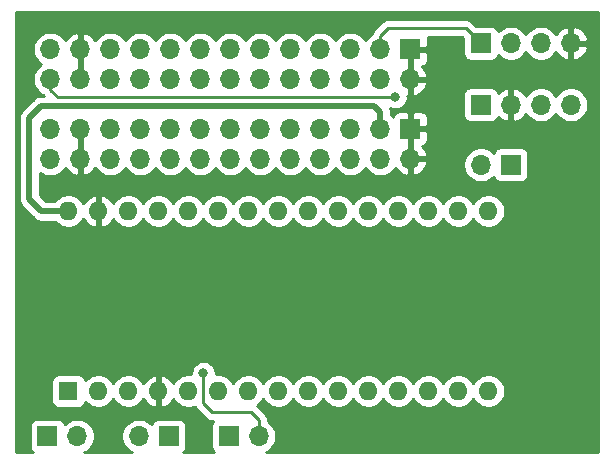
<source format=gbl>
%TF.GenerationSoftware,KiCad,Pcbnew,(5.1.7)-1*%
%TF.CreationDate,2020-12-17T22:24:39+01:00*%
%TF.ProjectId,u64_rgb_led,7536345f-7267-4625-9f6c-65642e6b6963,rev?*%
%TF.SameCoordinates,Original*%
%TF.FileFunction,Copper,L2,Bot*%
%TF.FilePolarity,Positive*%
%FSLAX46Y46*%
G04 Gerber Fmt 4.6, Leading zero omitted, Abs format (unit mm)*
G04 Created by KiCad (PCBNEW (5.1.7)-1) date 2020-12-17 22:24:39*
%MOMM*%
%LPD*%
G01*
G04 APERTURE LIST*
%TA.AperFunction,ComponentPad*%
%ADD10R,1.600000X1.600000*%
%TD*%
%TA.AperFunction,ComponentPad*%
%ADD11O,1.600000X1.600000*%
%TD*%
%TA.AperFunction,ComponentPad*%
%ADD12R,1.700000X1.700000*%
%TD*%
%TA.AperFunction,ComponentPad*%
%ADD13O,1.700000X1.700000*%
%TD*%
%TA.AperFunction,ViaPad*%
%ADD14C,0.800000*%
%TD*%
%TA.AperFunction,Conductor*%
%ADD15C,0.250000*%
%TD*%
%TA.AperFunction,Conductor*%
%ADD16C,0.500000*%
%TD*%
%TA.AperFunction,Conductor*%
%ADD17C,0.254000*%
%TD*%
%TA.AperFunction,Conductor*%
%ADD18C,0.100000*%
%TD*%
G04 APERTURE END LIST*
D10*
X28702000Y-51816000D03*
D11*
X61722000Y-36576000D03*
X31242000Y-51816000D03*
X59182000Y-36576000D03*
X33782000Y-51816000D03*
X56642000Y-36576000D03*
X36322000Y-51816000D03*
X54102000Y-36576000D03*
X38862000Y-51816000D03*
X51562000Y-36576000D03*
X41402000Y-51816000D03*
X49022000Y-36576000D03*
X43942000Y-51816000D03*
X46482000Y-36576000D03*
X46482000Y-51816000D03*
X43942000Y-36576000D03*
X49022000Y-51816000D03*
X41402000Y-36576000D03*
X51562000Y-51816000D03*
X38862000Y-36576000D03*
X54102000Y-51816000D03*
X36322000Y-36576000D03*
X56642000Y-51816000D03*
X33782000Y-36576000D03*
X59182000Y-51816000D03*
X31242000Y-36576000D03*
X61722000Y-51816000D03*
X28702000Y-36576000D03*
X64262000Y-51816000D03*
X64262000Y-36576000D03*
D12*
X57658000Y-22860000D03*
D13*
X57658000Y-25400000D03*
X55118000Y-22860000D03*
X55118000Y-25400000D03*
X52578000Y-22860000D03*
X52578000Y-25400000D03*
X50038000Y-22860000D03*
X50038000Y-25400000D03*
X47498000Y-22860000D03*
X47498000Y-25400000D03*
X44958000Y-22860000D03*
X44958000Y-25400000D03*
X42418000Y-22860000D03*
X42418000Y-25400000D03*
X39878000Y-22860000D03*
X39878000Y-25400000D03*
X37338000Y-22860000D03*
X37338000Y-25400000D03*
X34798000Y-22860000D03*
X34798000Y-25400000D03*
X32258000Y-22860000D03*
X32258000Y-25400000D03*
X29718000Y-22860000D03*
X29718000Y-25400000D03*
X27178000Y-22860000D03*
X27178000Y-25400000D03*
D12*
X57658000Y-29591000D03*
D13*
X57658000Y-32131000D03*
X55118000Y-29591000D03*
X55118000Y-32131000D03*
X52578000Y-29591000D03*
X52578000Y-32131000D03*
X50038000Y-29591000D03*
X50038000Y-32131000D03*
X47498000Y-29591000D03*
X47498000Y-32131000D03*
X44958000Y-29591000D03*
X44958000Y-32131000D03*
X42418000Y-29591000D03*
X42418000Y-32131000D03*
X39878000Y-29591000D03*
X39878000Y-32131000D03*
X37338000Y-29591000D03*
X37338000Y-32131000D03*
X34798000Y-29591000D03*
X34798000Y-32131000D03*
X32258000Y-29591000D03*
X32258000Y-32131000D03*
X29718000Y-29591000D03*
X29718000Y-32131000D03*
X27178000Y-29591000D03*
X27178000Y-32131000D03*
D12*
X63627000Y-22352000D03*
D13*
X66167000Y-22352000D03*
X68707000Y-22352000D03*
X71247000Y-22352000D03*
D12*
X63627000Y-27559000D03*
D13*
X66167000Y-27559000D03*
X68707000Y-27559000D03*
X71247000Y-27559000D03*
D12*
X66167000Y-32639000D03*
D13*
X63627000Y-32639000D03*
D12*
X42291000Y-55626000D03*
D13*
X44831000Y-55626000D03*
X29464000Y-55626000D03*
D12*
X26924000Y-55626000D03*
X37211000Y-55626000D03*
D13*
X34671000Y-55626000D03*
D14*
X40132000Y-50292000D03*
X56388000Y-26924000D03*
D15*
X32258000Y-31877000D02*
X32131000Y-31877000D01*
X44831000Y-54229000D02*
X44831000Y-55626000D01*
X44196000Y-53594000D02*
X44831000Y-54229000D01*
X40894000Y-53594000D02*
X44196000Y-53594000D01*
X40132000Y-52832000D02*
X40894000Y-53594000D01*
X40132000Y-52832000D02*
X40132000Y-50292000D01*
X27178000Y-26289000D02*
X27178000Y-25400000D01*
X27813000Y-26924000D02*
X27178000Y-26289000D01*
X56388000Y-26924000D02*
X27813000Y-26924000D01*
D16*
X55118000Y-29591000D02*
X55118000Y-28194000D01*
X26416000Y-36576000D02*
X28702000Y-36576000D01*
X25400000Y-35560000D02*
X26416000Y-36576000D01*
X25400000Y-28702000D02*
X25400000Y-35560000D01*
X26416000Y-27686000D02*
X25400000Y-28702000D01*
X54610000Y-27686000D02*
X26416000Y-27686000D01*
X55118000Y-28194000D02*
X54610000Y-27686000D01*
X55118000Y-29591000D02*
X55118000Y-28321000D01*
X55118000Y-28321000D02*
X55118000Y-28194000D01*
D15*
X55118000Y-22860000D02*
X55118000Y-21717000D01*
X55118000Y-21717000D02*
X55753000Y-21082000D01*
X55753000Y-21082000D02*
X62357000Y-21082000D01*
X62357000Y-21082000D02*
X63627000Y-22352000D01*
D17*
X73508000Y-56998000D02*
X45399190Y-56998000D01*
X45534411Y-56941990D01*
X45777632Y-56779475D01*
X45984475Y-56572632D01*
X46146990Y-56329411D01*
X46258932Y-56059158D01*
X46316000Y-55772260D01*
X46316000Y-55479740D01*
X46258932Y-55192842D01*
X46146990Y-54922589D01*
X45984475Y-54679368D01*
X45777632Y-54472525D01*
X45591000Y-54347822D01*
X45591000Y-54266333D01*
X45594677Y-54229000D01*
X45580003Y-54080014D01*
X45536546Y-53936753D01*
X45465974Y-53804724D01*
X45394799Y-53717997D01*
X45371001Y-53688999D01*
X45342004Y-53665202D01*
X44759803Y-53083002D01*
X44736001Y-53053999D01*
X44707339Y-53030476D01*
X44856759Y-52930637D01*
X45056637Y-52730759D01*
X45212000Y-52498241D01*
X45367363Y-52730759D01*
X45567241Y-52930637D01*
X45802273Y-53087680D01*
X46063426Y-53195853D01*
X46340665Y-53251000D01*
X46623335Y-53251000D01*
X46900574Y-53195853D01*
X47161727Y-53087680D01*
X47396759Y-52930637D01*
X47596637Y-52730759D01*
X47752000Y-52498241D01*
X47907363Y-52730759D01*
X48107241Y-52930637D01*
X48342273Y-53087680D01*
X48603426Y-53195853D01*
X48880665Y-53251000D01*
X49163335Y-53251000D01*
X49440574Y-53195853D01*
X49701727Y-53087680D01*
X49936759Y-52930637D01*
X50136637Y-52730759D01*
X50292000Y-52498241D01*
X50447363Y-52730759D01*
X50647241Y-52930637D01*
X50882273Y-53087680D01*
X51143426Y-53195853D01*
X51420665Y-53251000D01*
X51703335Y-53251000D01*
X51980574Y-53195853D01*
X52241727Y-53087680D01*
X52476759Y-52930637D01*
X52676637Y-52730759D01*
X52832000Y-52498241D01*
X52987363Y-52730759D01*
X53187241Y-52930637D01*
X53422273Y-53087680D01*
X53683426Y-53195853D01*
X53960665Y-53251000D01*
X54243335Y-53251000D01*
X54520574Y-53195853D01*
X54781727Y-53087680D01*
X55016759Y-52930637D01*
X55216637Y-52730759D01*
X55372000Y-52498241D01*
X55527363Y-52730759D01*
X55727241Y-52930637D01*
X55962273Y-53087680D01*
X56223426Y-53195853D01*
X56500665Y-53251000D01*
X56783335Y-53251000D01*
X57060574Y-53195853D01*
X57321727Y-53087680D01*
X57556759Y-52930637D01*
X57756637Y-52730759D01*
X57912000Y-52498241D01*
X58067363Y-52730759D01*
X58267241Y-52930637D01*
X58502273Y-53087680D01*
X58763426Y-53195853D01*
X59040665Y-53251000D01*
X59323335Y-53251000D01*
X59600574Y-53195853D01*
X59861727Y-53087680D01*
X60096759Y-52930637D01*
X60296637Y-52730759D01*
X60452000Y-52498241D01*
X60607363Y-52730759D01*
X60807241Y-52930637D01*
X61042273Y-53087680D01*
X61303426Y-53195853D01*
X61580665Y-53251000D01*
X61863335Y-53251000D01*
X62140574Y-53195853D01*
X62401727Y-53087680D01*
X62636759Y-52930637D01*
X62836637Y-52730759D01*
X62992000Y-52498241D01*
X63147363Y-52730759D01*
X63347241Y-52930637D01*
X63582273Y-53087680D01*
X63843426Y-53195853D01*
X64120665Y-53251000D01*
X64403335Y-53251000D01*
X64680574Y-53195853D01*
X64941727Y-53087680D01*
X65176759Y-52930637D01*
X65376637Y-52730759D01*
X65533680Y-52495727D01*
X65641853Y-52234574D01*
X65697000Y-51957335D01*
X65697000Y-51674665D01*
X65641853Y-51397426D01*
X65533680Y-51136273D01*
X65376637Y-50901241D01*
X65176759Y-50701363D01*
X64941727Y-50544320D01*
X64680574Y-50436147D01*
X64403335Y-50381000D01*
X64120665Y-50381000D01*
X63843426Y-50436147D01*
X63582273Y-50544320D01*
X63347241Y-50701363D01*
X63147363Y-50901241D01*
X62992000Y-51133759D01*
X62836637Y-50901241D01*
X62636759Y-50701363D01*
X62401727Y-50544320D01*
X62140574Y-50436147D01*
X61863335Y-50381000D01*
X61580665Y-50381000D01*
X61303426Y-50436147D01*
X61042273Y-50544320D01*
X60807241Y-50701363D01*
X60607363Y-50901241D01*
X60452000Y-51133759D01*
X60296637Y-50901241D01*
X60096759Y-50701363D01*
X59861727Y-50544320D01*
X59600574Y-50436147D01*
X59323335Y-50381000D01*
X59040665Y-50381000D01*
X58763426Y-50436147D01*
X58502273Y-50544320D01*
X58267241Y-50701363D01*
X58067363Y-50901241D01*
X57912000Y-51133759D01*
X57756637Y-50901241D01*
X57556759Y-50701363D01*
X57321727Y-50544320D01*
X57060574Y-50436147D01*
X56783335Y-50381000D01*
X56500665Y-50381000D01*
X56223426Y-50436147D01*
X55962273Y-50544320D01*
X55727241Y-50701363D01*
X55527363Y-50901241D01*
X55372000Y-51133759D01*
X55216637Y-50901241D01*
X55016759Y-50701363D01*
X54781727Y-50544320D01*
X54520574Y-50436147D01*
X54243335Y-50381000D01*
X53960665Y-50381000D01*
X53683426Y-50436147D01*
X53422273Y-50544320D01*
X53187241Y-50701363D01*
X52987363Y-50901241D01*
X52832000Y-51133759D01*
X52676637Y-50901241D01*
X52476759Y-50701363D01*
X52241727Y-50544320D01*
X51980574Y-50436147D01*
X51703335Y-50381000D01*
X51420665Y-50381000D01*
X51143426Y-50436147D01*
X50882273Y-50544320D01*
X50647241Y-50701363D01*
X50447363Y-50901241D01*
X50292000Y-51133759D01*
X50136637Y-50901241D01*
X49936759Y-50701363D01*
X49701727Y-50544320D01*
X49440574Y-50436147D01*
X49163335Y-50381000D01*
X48880665Y-50381000D01*
X48603426Y-50436147D01*
X48342273Y-50544320D01*
X48107241Y-50701363D01*
X47907363Y-50901241D01*
X47752000Y-51133759D01*
X47596637Y-50901241D01*
X47396759Y-50701363D01*
X47161727Y-50544320D01*
X46900574Y-50436147D01*
X46623335Y-50381000D01*
X46340665Y-50381000D01*
X46063426Y-50436147D01*
X45802273Y-50544320D01*
X45567241Y-50701363D01*
X45367363Y-50901241D01*
X45212000Y-51133759D01*
X45056637Y-50901241D01*
X44856759Y-50701363D01*
X44621727Y-50544320D01*
X44360574Y-50436147D01*
X44083335Y-50381000D01*
X43800665Y-50381000D01*
X43523426Y-50436147D01*
X43262273Y-50544320D01*
X43027241Y-50701363D01*
X42827363Y-50901241D01*
X42672000Y-51133759D01*
X42516637Y-50901241D01*
X42316759Y-50701363D01*
X42081727Y-50544320D01*
X41820574Y-50436147D01*
X41543335Y-50381000D01*
X41260665Y-50381000D01*
X41165821Y-50399866D01*
X41167000Y-50393939D01*
X41167000Y-50190061D01*
X41127226Y-49990102D01*
X41049205Y-49801744D01*
X40935937Y-49632226D01*
X40791774Y-49488063D01*
X40622256Y-49374795D01*
X40433898Y-49296774D01*
X40233939Y-49257000D01*
X40030061Y-49257000D01*
X39830102Y-49296774D01*
X39641744Y-49374795D01*
X39472226Y-49488063D01*
X39328063Y-49632226D01*
X39214795Y-49801744D01*
X39136774Y-49990102D01*
X39097000Y-50190061D01*
X39097000Y-50393939D01*
X39098179Y-50399866D01*
X39003335Y-50381000D01*
X38720665Y-50381000D01*
X38443426Y-50436147D01*
X38182273Y-50544320D01*
X37947241Y-50701363D01*
X37747363Y-50901241D01*
X37590320Y-51136273D01*
X37585933Y-51146865D01*
X37474385Y-50960869D01*
X37285414Y-50752481D01*
X37059420Y-50584963D01*
X36805087Y-50464754D01*
X36671039Y-50424096D01*
X36449000Y-50546085D01*
X36449000Y-51689000D01*
X36469000Y-51689000D01*
X36469000Y-51943000D01*
X36449000Y-51943000D01*
X36449000Y-53085915D01*
X36671039Y-53207904D01*
X36805087Y-53167246D01*
X37059420Y-53047037D01*
X37285414Y-52879519D01*
X37474385Y-52671131D01*
X37585933Y-52485135D01*
X37590320Y-52495727D01*
X37747363Y-52730759D01*
X37947241Y-52930637D01*
X38182273Y-53087680D01*
X38443426Y-53195853D01*
X38720665Y-53251000D01*
X39003335Y-53251000D01*
X39280574Y-53195853D01*
X39431347Y-53133401D01*
X39497026Y-53256276D01*
X39534348Y-53301753D01*
X39591999Y-53372001D01*
X39621002Y-53395803D01*
X40330201Y-54105002D01*
X40353999Y-54134001D01*
X40469724Y-54228974D01*
X40601753Y-54299546D01*
X40745014Y-54343003D01*
X40856667Y-54354000D01*
X40856675Y-54354000D01*
X40894000Y-54357676D01*
X40931325Y-54354000D01*
X40965864Y-54354000D01*
X40910463Y-54421506D01*
X40851498Y-54531820D01*
X40815188Y-54651518D01*
X40802928Y-54776000D01*
X40802928Y-56476000D01*
X40815188Y-56600482D01*
X40851498Y-56720180D01*
X40910463Y-56830494D01*
X40989815Y-56927185D01*
X41076104Y-56998000D01*
X38425896Y-56998000D01*
X38512185Y-56927185D01*
X38591537Y-56830494D01*
X38650502Y-56720180D01*
X38686812Y-56600482D01*
X38699072Y-56476000D01*
X38699072Y-54776000D01*
X38686812Y-54651518D01*
X38650502Y-54531820D01*
X38591537Y-54421506D01*
X38512185Y-54324815D01*
X38415494Y-54245463D01*
X38305180Y-54186498D01*
X38185482Y-54150188D01*
X38061000Y-54137928D01*
X36361000Y-54137928D01*
X36236518Y-54150188D01*
X36116820Y-54186498D01*
X36006506Y-54245463D01*
X35909815Y-54324815D01*
X35830463Y-54421506D01*
X35771498Y-54531820D01*
X35749487Y-54604380D01*
X35617632Y-54472525D01*
X35374411Y-54310010D01*
X35104158Y-54198068D01*
X34817260Y-54141000D01*
X34524740Y-54141000D01*
X34237842Y-54198068D01*
X33967589Y-54310010D01*
X33724368Y-54472525D01*
X33517525Y-54679368D01*
X33355010Y-54922589D01*
X33243068Y-55192842D01*
X33186000Y-55479740D01*
X33186000Y-55772260D01*
X33243068Y-56059158D01*
X33355010Y-56329411D01*
X33517525Y-56572632D01*
X33724368Y-56779475D01*
X33967589Y-56941990D01*
X34102810Y-56998000D01*
X30032190Y-56998000D01*
X30167411Y-56941990D01*
X30410632Y-56779475D01*
X30617475Y-56572632D01*
X30779990Y-56329411D01*
X30891932Y-56059158D01*
X30949000Y-55772260D01*
X30949000Y-55479740D01*
X30891932Y-55192842D01*
X30779990Y-54922589D01*
X30617475Y-54679368D01*
X30410632Y-54472525D01*
X30167411Y-54310010D01*
X29897158Y-54198068D01*
X29610260Y-54141000D01*
X29317740Y-54141000D01*
X29030842Y-54198068D01*
X28760589Y-54310010D01*
X28517368Y-54472525D01*
X28385513Y-54604380D01*
X28363502Y-54531820D01*
X28304537Y-54421506D01*
X28225185Y-54324815D01*
X28128494Y-54245463D01*
X28018180Y-54186498D01*
X27898482Y-54150188D01*
X27774000Y-54137928D01*
X26074000Y-54137928D01*
X25949518Y-54150188D01*
X25829820Y-54186498D01*
X25719506Y-54245463D01*
X25622815Y-54324815D01*
X25543463Y-54421506D01*
X25484498Y-54531820D01*
X25448188Y-54651518D01*
X25435928Y-54776000D01*
X25435928Y-56476000D01*
X25448188Y-56600482D01*
X25484498Y-56720180D01*
X25543463Y-56830494D01*
X25622815Y-56927185D01*
X25709104Y-56998000D01*
X24282000Y-56998000D01*
X24282000Y-51016000D01*
X27263928Y-51016000D01*
X27263928Y-52616000D01*
X27276188Y-52740482D01*
X27312498Y-52860180D01*
X27371463Y-52970494D01*
X27450815Y-53067185D01*
X27547506Y-53146537D01*
X27657820Y-53205502D01*
X27777518Y-53241812D01*
X27902000Y-53254072D01*
X29502000Y-53254072D01*
X29626482Y-53241812D01*
X29746180Y-53205502D01*
X29856494Y-53146537D01*
X29953185Y-53067185D01*
X30032537Y-52970494D01*
X30091502Y-52860180D01*
X30127812Y-52740482D01*
X30128643Y-52732039D01*
X30327241Y-52930637D01*
X30562273Y-53087680D01*
X30823426Y-53195853D01*
X31100665Y-53251000D01*
X31383335Y-53251000D01*
X31660574Y-53195853D01*
X31921727Y-53087680D01*
X32156759Y-52930637D01*
X32356637Y-52730759D01*
X32512000Y-52498241D01*
X32667363Y-52730759D01*
X32867241Y-52930637D01*
X33102273Y-53087680D01*
X33363426Y-53195853D01*
X33640665Y-53251000D01*
X33923335Y-53251000D01*
X34200574Y-53195853D01*
X34461727Y-53087680D01*
X34696759Y-52930637D01*
X34896637Y-52730759D01*
X35053680Y-52495727D01*
X35058067Y-52485135D01*
X35169615Y-52671131D01*
X35358586Y-52879519D01*
X35584580Y-53047037D01*
X35838913Y-53167246D01*
X35972961Y-53207904D01*
X36195000Y-53085915D01*
X36195000Y-51943000D01*
X36175000Y-51943000D01*
X36175000Y-51689000D01*
X36195000Y-51689000D01*
X36195000Y-50546085D01*
X35972961Y-50424096D01*
X35838913Y-50464754D01*
X35584580Y-50584963D01*
X35358586Y-50752481D01*
X35169615Y-50960869D01*
X35058067Y-51146865D01*
X35053680Y-51136273D01*
X34896637Y-50901241D01*
X34696759Y-50701363D01*
X34461727Y-50544320D01*
X34200574Y-50436147D01*
X33923335Y-50381000D01*
X33640665Y-50381000D01*
X33363426Y-50436147D01*
X33102273Y-50544320D01*
X32867241Y-50701363D01*
X32667363Y-50901241D01*
X32512000Y-51133759D01*
X32356637Y-50901241D01*
X32156759Y-50701363D01*
X31921727Y-50544320D01*
X31660574Y-50436147D01*
X31383335Y-50381000D01*
X31100665Y-50381000D01*
X30823426Y-50436147D01*
X30562273Y-50544320D01*
X30327241Y-50701363D01*
X30128643Y-50899961D01*
X30127812Y-50891518D01*
X30091502Y-50771820D01*
X30032537Y-50661506D01*
X29953185Y-50564815D01*
X29856494Y-50485463D01*
X29746180Y-50426498D01*
X29626482Y-50390188D01*
X29502000Y-50377928D01*
X27902000Y-50377928D01*
X27777518Y-50390188D01*
X27657820Y-50426498D01*
X27547506Y-50485463D01*
X27450815Y-50564815D01*
X27371463Y-50661506D01*
X27312498Y-50771820D01*
X27276188Y-50891518D01*
X27263928Y-51016000D01*
X24282000Y-51016000D01*
X24282000Y-28702000D01*
X24510719Y-28702000D01*
X24515000Y-28745469D01*
X24515001Y-35516521D01*
X24510719Y-35560000D01*
X24527805Y-35733490D01*
X24578412Y-35900313D01*
X24660590Y-36054059D01*
X24743468Y-36155046D01*
X24743471Y-36155049D01*
X24771184Y-36188817D01*
X24804951Y-36216529D01*
X25759470Y-37171049D01*
X25787183Y-37204817D01*
X25820951Y-37232530D01*
X25820953Y-37232532D01*
X25849216Y-37255727D01*
X25921941Y-37315411D01*
X26075687Y-37397589D01*
X26191903Y-37432843D01*
X26242509Y-37448195D01*
X26257306Y-37449652D01*
X26372523Y-37461000D01*
X26372531Y-37461000D01*
X26416000Y-37465281D01*
X26459469Y-37461000D01*
X27567479Y-37461000D01*
X27587363Y-37490759D01*
X27787241Y-37690637D01*
X28022273Y-37847680D01*
X28283426Y-37955853D01*
X28560665Y-38011000D01*
X28843335Y-38011000D01*
X29120574Y-37955853D01*
X29381727Y-37847680D01*
X29616759Y-37690637D01*
X29816637Y-37490759D01*
X29973680Y-37255727D01*
X29978067Y-37245135D01*
X30089615Y-37431131D01*
X30278586Y-37639519D01*
X30504580Y-37807037D01*
X30758913Y-37927246D01*
X30892961Y-37967904D01*
X31115000Y-37845915D01*
X31115000Y-36703000D01*
X31095000Y-36703000D01*
X31095000Y-36449000D01*
X31115000Y-36449000D01*
X31115000Y-35306085D01*
X31369000Y-35306085D01*
X31369000Y-36449000D01*
X31389000Y-36449000D01*
X31389000Y-36703000D01*
X31369000Y-36703000D01*
X31369000Y-37845915D01*
X31591039Y-37967904D01*
X31725087Y-37927246D01*
X31979420Y-37807037D01*
X32205414Y-37639519D01*
X32394385Y-37431131D01*
X32505933Y-37245135D01*
X32510320Y-37255727D01*
X32667363Y-37490759D01*
X32867241Y-37690637D01*
X33102273Y-37847680D01*
X33363426Y-37955853D01*
X33640665Y-38011000D01*
X33923335Y-38011000D01*
X34200574Y-37955853D01*
X34461727Y-37847680D01*
X34696759Y-37690637D01*
X34896637Y-37490759D01*
X35052000Y-37258241D01*
X35207363Y-37490759D01*
X35407241Y-37690637D01*
X35642273Y-37847680D01*
X35903426Y-37955853D01*
X36180665Y-38011000D01*
X36463335Y-38011000D01*
X36740574Y-37955853D01*
X37001727Y-37847680D01*
X37236759Y-37690637D01*
X37436637Y-37490759D01*
X37592000Y-37258241D01*
X37747363Y-37490759D01*
X37947241Y-37690637D01*
X38182273Y-37847680D01*
X38443426Y-37955853D01*
X38720665Y-38011000D01*
X39003335Y-38011000D01*
X39280574Y-37955853D01*
X39541727Y-37847680D01*
X39776759Y-37690637D01*
X39976637Y-37490759D01*
X40132000Y-37258241D01*
X40287363Y-37490759D01*
X40487241Y-37690637D01*
X40722273Y-37847680D01*
X40983426Y-37955853D01*
X41260665Y-38011000D01*
X41543335Y-38011000D01*
X41820574Y-37955853D01*
X42081727Y-37847680D01*
X42316759Y-37690637D01*
X42516637Y-37490759D01*
X42672000Y-37258241D01*
X42827363Y-37490759D01*
X43027241Y-37690637D01*
X43262273Y-37847680D01*
X43523426Y-37955853D01*
X43800665Y-38011000D01*
X44083335Y-38011000D01*
X44360574Y-37955853D01*
X44621727Y-37847680D01*
X44856759Y-37690637D01*
X45056637Y-37490759D01*
X45212000Y-37258241D01*
X45367363Y-37490759D01*
X45567241Y-37690637D01*
X45802273Y-37847680D01*
X46063426Y-37955853D01*
X46340665Y-38011000D01*
X46623335Y-38011000D01*
X46900574Y-37955853D01*
X47161727Y-37847680D01*
X47396759Y-37690637D01*
X47596637Y-37490759D01*
X47752000Y-37258241D01*
X47907363Y-37490759D01*
X48107241Y-37690637D01*
X48342273Y-37847680D01*
X48603426Y-37955853D01*
X48880665Y-38011000D01*
X49163335Y-38011000D01*
X49440574Y-37955853D01*
X49701727Y-37847680D01*
X49936759Y-37690637D01*
X50136637Y-37490759D01*
X50292000Y-37258241D01*
X50447363Y-37490759D01*
X50647241Y-37690637D01*
X50882273Y-37847680D01*
X51143426Y-37955853D01*
X51420665Y-38011000D01*
X51703335Y-38011000D01*
X51980574Y-37955853D01*
X52241727Y-37847680D01*
X52476759Y-37690637D01*
X52676637Y-37490759D01*
X52832000Y-37258241D01*
X52987363Y-37490759D01*
X53187241Y-37690637D01*
X53422273Y-37847680D01*
X53683426Y-37955853D01*
X53960665Y-38011000D01*
X54243335Y-38011000D01*
X54520574Y-37955853D01*
X54781727Y-37847680D01*
X55016759Y-37690637D01*
X55216637Y-37490759D01*
X55372000Y-37258241D01*
X55527363Y-37490759D01*
X55727241Y-37690637D01*
X55962273Y-37847680D01*
X56223426Y-37955853D01*
X56500665Y-38011000D01*
X56783335Y-38011000D01*
X57060574Y-37955853D01*
X57321727Y-37847680D01*
X57556759Y-37690637D01*
X57756637Y-37490759D01*
X57912000Y-37258241D01*
X58067363Y-37490759D01*
X58267241Y-37690637D01*
X58502273Y-37847680D01*
X58763426Y-37955853D01*
X59040665Y-38011000D01*
X59323335Y-38011000D01*
X59600574Y-37955853D01*
X59861727Y-37847680D01*
X60096759Y-37690637D01*
X60296637Y-37490759D01*
X60452000Y-37258241D01*
X60607363Y-37490759D01*
X60807241Y-37690637D01*
X61042273Y-37847680D01*
X61303426Y-37955853D01*
X61580665Y-38011000D01*
X61863335Y-38011000D01*
X62140574Y-37955853D01*
X62401727Y-37847680D01*
X62636759Y-37690637D01*
X62836637Y-37490759D01*
X62992000Y-37258241D01*
X63147363Y-37490759D01*
X63347241Y-37690637D01*
X63582273Y-37847680D01*
X63843426Y-37955853D01*
X64120665Y-38011000D01*
X64403335Y-38011000D01*
X64680574Y-37955853D01*
X64941727Y-37847680D01*
X65176759Y-37690637D01*
X65376637Y-37490759D01*
X65533680Y-37255727D01*
X65641853Y-36994574D01*
X65697000Y-36717335D01*
X65697000Y-36434665D01*
X65641853Y-36157426D01*
X65533680Y-35896273D01*
X65376637Y-35661241D01*
X65176759Y-35461363D01*
X64941727Y-35304320D01*
X64680574Y-35196147D01*
X64403335Y-35141000D01*
X64120665Y-35141000D01*
X63843426Y-35196147D01*
X63582273Y-35304320D01*
X63347241Y-35461363D01*
X63147363Y-35661241D01*
X62992000Y-35893759D01*
X62836637Y-35661241D01*
X62636759Y-35461363D01*
X62401727Y-35304320D01*
X62140574Y-35196147D01*
X61863335Y-35141000D01*
X61580665Y-35141000D01*
X61303426Y-35196147D01*
X61042273Y-35304320D01*
X60807241Y-35461363D01*
X60607363Y-35661241D01*
X60452000Y-35893759D01*
X60296637Y-35661241D01*
X60096759Y-35461363D01*
X59861727Y-35304320D01*
X59600574Y-35196147D01*
X59323335Y-35141000D01*
X59040665Y-35141000D01*
X58763426Y-35196147D01*
X58502273Y-35304320D01*
X58267241Y-35461363D01*
X58067363Y-35661241D01*
X57912000Y-35893759D01*
X57756637Y-35661241D01*
X57556759Y-35461363D01*
X57321727Y-35304320D01*
X57060574Y-35196147D01*
X56783335Y-35141000D01*
X56500665Y-35141000D01*
X56223426Y-35196147D01*
X55962273Y-35304320D01*
X55727241Y-35461363D01*
X55527363Y-35661241D01*
X55372000Y-35893759D01*
X55216637Y-35661241D01*
X55016759Y-35461363D01*
X54781727Y-35304320D01*
X54520574Y-35196147D01*
X54243335Y-35141000D01*
X53960665Y-35141000D01*
X53683426Y-35196147D01*
X53422273Y-35304320D01*
X53187241Y-35461363D01*
X52987363Y-35661241D01*
X52832000Y-35893759D01*
X52676637Y-35661241D01*
X52476759Y-35461363D01*
X52241727Y-35304320D01*
X51980574Y-35196147D01*
X51703335Y-35141000D01*
X51420665Y-35141000D01*
X51143426Y-35196147D01*
X50882273Y-35304320D01*
X50647241Y-35461363D01*
X50447363Y-35661241D01*
X50292000Y-35893759D01*
X50136637Y-35661241D01*
X49936759Y-35461363D01*
X49701727Y-35304320D01*
X49440574Y-35196147D01*
X49163335Y-35141000D01*
X48880665Y-35141000D01*
X48603426Y-35196147D01*
X48342273Y-35304320D01*
X48107241Y-35461363D01*
X47907363Y-35661241D01*
X47752000Y-35893759D01*
X47596637Y-35661241D01*
X47396759Y-35461363D01*
X47161727Y-35304320D01*
X46900574Y-35196147D01*
X46623335Y-35141000D01*
X46340665Y-35141000D01*
X46063426Y-35196147D01*
X45802273Y-35304320D01*
X45567241Y-35461363D01*
X45367363Y-35661241D01*
X45212000Y-35893759D01*
X45056637Y-35661241D01*
X44856759Y-35461363D01*
X44621727Y-35304320D01*
X44360574Y-35196147D01*
X44083335Y-35141000D01*
X43800665Y-35141000D01*
X43523426Y-35196147D01*
X43262273Y-35304320D01*
X43027241Y-35461363D01*
X42827363Y-35661241D01*
X42672000Y-35893759D01*
X42516637Y-35661241D01*
X42316759Y-35461363D01*
X42081727Y-35304320D01*
X41820574Y-35196147D01*
X41543335Y-35141000D01*
X41260665Y-35141000D01*
X40983426Y-35196147D01*
X40722273Y-35304320D01*
X40487241Y-35461363D01*
X40287363Y-35661241D01*
X40132000Y-35893759D01*
X39976637Y-35661241D01*
X39776759Y-35461363D01*
X39541727Y-35304320D01*
X39280574Y-35196147D01*
X39003335Y-35141000D01*
X38720665Y-35141000D01*
X38443426Y-35196147D01*
X38182273Y-35304320D01*
X37947241Y-35461363D01*
X37747363Y-35661241D01*
X37592000Y-35893759D01*
X37436637Y-35661241D01*
X37236759Y-35461363D01*
X37001727Y-35304320D01*
X36740574Y-35196147D01*
X36463335Y-35141000D01*
X36180665Y-35141000D01*
X35903426Y-35196147D01*
X35642273Y-35304320D01*
X35407241Y-35461363D01*
X35207363Y-35661241D01*
X35052000Y-35893759D01*
X34896637Y-35661241D01*
X34696759Y-35461363D01*
X34461727Y-35304320D01*
X34200574Y-35196147D01*
X33923335Y-35141000D01*
X33640665Y-35141000D01*
X33363426Y-35196147D01*
X33102273Y-35304320D01*
X32867241Y-35461363D01*
X32667363Y-35661241D01*
X32510320Y-35896273D01*
X32505933Y-35906865D01*
X32394385Y-35720869D01*
X32205414Y-35512481D01*
X31979420Y-35344963D01*
X31725087Y-35224754D01*
X31591039Y-35184096D01*
X31369000Y-35306085D01*
X31115000Y-35306085D01*
X30892961Y-35184096D01*
X30758913Y-35224754D01*
X30504580Y-35344963D01*
X30278586Y-35512481D01*
X30089615Y-35720869D01*
X29978067Y-35906865D01*
X29973680Y-35896273D01*
X29816637Y-35661241D01*
X29616759Y-35461363D01*
X29381727Y-35304320D01*
X29120574Y-35196147D01*
X28843335Y-35141000D01*
X28560665Y-35141000D01*
X28283426Y-35196147D01*
X28022273Y-35304320D01*
X27787241Y-35461363D01*
X27587363Y-35661241D01*
X27567479Y-35691000D01*
X26782579Y-35691000D01*
X26285000Y-35193422D01*
X26285000Y-33320311D01*
X26474589Y-33446990D01*
X26744842Y-33558932D01*
X27031740Y-33616000D01*
X27324260Y-33616000D01*
X27611158Y-33558932D01*
X27881411Y-33446990D01*
X28124632Y-33284475D01*
X28331475Y-33077632D01*
X28453195Y-32895466D01*
X28522822Y-33012355D01*
X28717731Y-33228588D01*
X28951080Y-33402641D01*
X29213901Y-33527825D01*
X29361110Y-33572476D01*
X29591000Y-33451155D01*
X29591000Y-32258000D01*
X29571000Y-32258000D01*
X29571000Y-32004000D01*
X29591000Y-32004000D01*
X29591000Y-29718000D01*
X29571000Y-29718000D01*
X29571000Y-29464000D01*
X29591000Y-29464000D01*
X29591000Y-29444000D01*
X29845000Y-29444000D01*
X29845000Y-29464000D01*
X29865000Y-29464000D01*
X29865000Y-29718000D01*
X29845000Y-29718000D01*
X29845000Y-32004000D01*
X29865000Y-32004000D01*
X29865000Y-32258000D01*
X29845000Y-32258000D01*
X29845000Y-33451155D01*
X30074890Y-33572476D01*
X30222099Y-33527825D01*
X30484920Y-33402641D01*
X30718269Y-33228588D01*
X30913178Y-33012355D01*
X30982805Y-32895466D01*
X31104525Y-33077632D01*
X31311368Y-33284475D01*
X31554589Y-33446990D01*
X31824842Y-33558932D01*
X32111740Y-33616000D01*
X32404260Y-33616000D01*
X32691158Y-33558932D01*
X32961411Y-33446990D01*
X33204632Y-33284475D01*
X33411475Y-33077632D01*
X33528000Y-32903240D01*
X33644525Y-33077632D01*
X33851368Y-33284475D01*
X34094589Y-33446990D01*
X34364842Y-33558932D01*
X34651740Y-33616000D01*
X34944260Y-33616000D01*
X35231158Y-33558932D01*
X35501411Y-33446990D01*
X35744632Y-33284475D01*
X35951475Y-33077632D01*
X36068000Y-32903240D01*
X36184525Y-33077632D01*
X36391368Y-33284475D01*
X36634589Y-33446990D01*
X36904842Y-33558932D01*
X37191740Y-33616000D01*
X37484260Y-33616000D01*
X37771158Y-33558932D01*
X38041411Y-33446990D01*
X38284632Y-33284475D01*
X38491475Y-33077632D01*
X38608000Y-32903240D01*
X38724525Y-33077632D01*
X38931368Y-33284475D01*
X39174589Y-33446990D01*
X39444842Y-33558932D01*
X39731740Y-33616000D01*
X40024260Y-33616000D01*
X40311158Y-33558932D01*
X40581411Y-33446990D01*
X40824632Y-33284475D01*
X41031475Y-33077632D01*
X41148000Y-32903240D01*
X41264525Y-33077632D01*
X41471368Y-33284475D01*
X41714589Y-33446990D01*
X41984842Y-33558932D01*
X42271740Y-33616000D01*
X42564260Y-33616000D01*
X42851158Y-33558932D01*
X43121411Y-33446990D01*
X43364632Y-33284475D01*
X43571475Y-33077632D01*
X43688000Y-32903240D01*
X43804525Y-33077632D01*
X44011368Y-33284475D01*
X44254589Y-33446990D01*
X44524842Y-33558932D01*
X44811740Y-33616000D01*
X45104260Y-33616000D01*
X45391158Y-33558932D01*
X45661411Y-33446990D01*
X45904632Y-33284475D01*
X46111475Y-33077632D01*
X46228000Y-32903240D01*
X46344525Y-33077632D01*
X46551368Y-33284475D01*
X46794589Y-33446990D01*
X47064842Y-33558932D01*
X47351740Y-33616000D01*
X47644260Y-33616000D01*
X47931158Y-33558932D01*
X48201411Y-33446990D01*
X48444632Y-33284475D01*
X48651475Y-33077632D01*
X48768000Y-32903240D01*
X48884525Y-33077632D01*
X49091368Y-33284475D01*
X49334589Y-33446990D01*
X49604842Y-33558932D01*
X49891740Y-33616000D01*
X50184260Y-33616000D01*
X50471158Y-33558932D01*
X50741411Y-33446990D01*
X50984632Y-33284475D01*
X51191475Y-33077632D01*
X51308000Y-32903240D01*
X51424525Y-33077632D01*
X51631368Y-33284475D01*
X51874589Y-33446990D01*
X52144842Y-33558932D01*
X52431740Y-33616000D01*
X52724260Y-33616000D01*
X53011158Y-33558932D01*
X53281411Y-33446990D01*
X53524632Y-33284475D01*
X53731475Y-33077632D01*
X53848000Y-32903240D01*
X53964525Y-33077632D01*
X54171368Y-33284475D01*
X54414589Y-33446990D01*
X54684842Y-33558932D01*
X54971740Y-33616000D01*
X55264260Y-33616000D01*
X55551158Y-33558932D01*
X55821411Y-33446990D01*
X56064632Y-33284475D01*
X56271475Y-33077632D01*
X56393195Y-32895466D01*
X56462822Y-33012355D01*
X56657731Y-33228588D01*
X56891080Y-33402641D01*
X57153901Y-33527825D01*
X57301110Y-33572476D01*
X57531000Y-33451155D01*
X57531000Y-32258000D01*
X57785000Y-32258000D01*
X57785000Y-33451155D01*
X58014890Y-33572476D01*
X58162099Y-33527825D01*
X58424920Y-33402641D01*
X58658269Y-33228588D01*
X58853178Y-33012355D01*
X59002157Y-32762252D01*
X59097760Y-32492740D01*
X62142000Y-32492740D01*
X62142000Y-32785260D01*
X62199068Y-33072158D01*
X62311010Y-33342411D01*
X62473525Y-33585632D01*
X62680368Y-33792475D01*
X62923589Y-33954990D01*
X63193842Y-34066932D01*
X63480740Y-34124000D01*
X63773260Y-34124000D01*
X64060158Y-34066932D01*
X64330411Y-33954990D01*
X64573632Y-33792475D01*
X64705487Y-33660620D01*
X64727498Y-33733180D01*
X64786463Y-33843494D01*
X64865815Y-33940185D01*
X64962506Y-34019537D01*
X65072820Y-34078502D01*
X65192518Y-34114812D01*
X65317000Y-34127072D01*
X67017000Y-34127072D01*
X67141482Y-34114812D01*
X67261180Y-34078502D01*
X67371494Y-34019537D01*
X67468185Y-33940185D01*
X67547537Y-33843494D01*
X67606502Y-33733180D01*
X67642812Y-33613482D01*
X67655072Y-33489000D01*
X67655072Y-31789000D01*
X67642812Y-31664518D01*
X67606502Y-31544820D01*
X67547537Y-31434506D01*
X67468185Y-31337815D01*
X67371494Y-31258463D01*
X67261180Y-31199498D01*
X67141482Y-31163188D01*
X67017000Y-31150928D01*
X65317000Y-31150928D01*
X65192518Y-31163188D01*
X65072820Y-31199498D01*
X64962506Y-31258463D01*
X64865815Y-31337815D01*
X64786463Y-31434506D01*
X64727498Y-31544820D01*
X64705487Y-31617380D01*
X64573632Y-31485525D01*
X64330411Y-31323010D01*
X64060158Y-31211068D01*
X63773260Y-31154000D01*
X63480740Y-31154000D01*
X63193842Y-31211068D01*
X62923589Y-31323010D01*
X62680368Y-31485525D01*
X62473525Y-31692368D01*
X62311010Y-31935589D01*
X62199068Y-32205842D01*
X62142000Y-32492740D01*
X59097760Y-32492740D01*
X59099481Y-32487891D01*
X58978814Y-32258000D01*
X57785000Y-32258000D01*
X57531000Y-32258000D01*
X57511000Y-32258000D01*
X57511000Y-32004000D01*
X57531000Y-32004000D01*
X57531000Y-29718000D01*
X57785000Y-29718000D01*
X57785000Y-32004000D01*
X58978814Y-32004000D01*
X59099481Y-31774109D01*
X59002157Y-31499748D01*
X58853178Y-31249645D01*
X58676374Y-31053498D01*
X58752180Y-31030502D01*
X58862494Y-30971537D01*
X58959185Y-30892185D01*
X59038537Y-30795494D01*
X59097502Y-30685180D01*
X59133812Y-30565482D01*
X59146072Y-30441000D01*
X59143000Y-29876750D01*
X58984250Y-29718000D01*
X57785000Y-29718000D01*
X57531000Y-29718000D01*
X57511000Y-29718000D01*
X57511000Y-29464000D01*
X57531000Y-29464000D01*
X57531000Y-28264750D01*
X57785000Y-28264750D01*
X57785000Y-29464000D01*
X58984250Y-29464000D01*
X59143000Y-29305250D01*
X59146072Y-28741000D01*
X59133812Y-28616518D01*
X59097502Y-28496820D01*
X59038537Y-28386506D01*
X58959185Y-28289815D01*
X58862494Y-28210463D01*
X58752180Y-28151498D01*
X58632482Y-28115188D01*
X58508000Y-28102928D01*
X57943750Y-28106000D01*
X57785000Y-28264750D01*
X57531000Y-28264750D01*
X57372250Y-28106000D01*
X56808000Y-28102928D01*
X56683518Y-28115188D01*
X56563820Y-28151498D01*
X56453506Y-28210463D01*
X56356815Y-28289815D01*
X56277463Y-28386506D01*
X56218498Y-28496820D01*
X56196487Y-28569380D01*
X56064632Y-28437525D01*
X56003000Y-28396344D01*
X56003000Y-28237465D01*
X56007281Y-28193999D01*
X56003000Y-28150533D01*
X56003000Y-28150523D01*
X55990195Y-28020510D01*
X55941272Y-27859235D01*
X56086102Y-27919226D01*
X56286061Y-27959000D01*
X56489939Y-27959000D01*
X56689898Y-27919226D01*
X56878256Y-27841205D01*
X57047774Y-27727937D01*
X57191937Y-27583774D01*
X57305205Y-27414256D01*
X57383226Y-27225898D01*
X57423000Y-27025939D01*
X57423000Y-26822061D01*
X57414915Y-26781417D01*
X57531000Y-26720155D01*
X57531000Y-25527000D01*
X57785000Y-25527000D01*
X57785000Y-26720155D01*
X58014890Y-26841476D01*
X58162099Y-26796825D01*
X58346485Y-26709000D01*
X62138928Y-26709000D01*
X62138928Y-28409000D01*
X62151188Y-28533482D01*
X62187498Y-28653180D01*
X62246463Y-28763494D01*
X62325815Y-28860185D01*
X62422506Y-28939537D01*
X62532820Y-28998502D01*
X62652518Y-29034812D01*
X62777000Y-29047072D01*
X64477000Y-29047072D01*
X64601482Y-29034812D01*
X64721180Y-28998502D01*
X64831494Y-28939537D01*
X64928185Y-28860185D01*
X65007537Y-28763494D01*
X65066502Y-28653180D01*
X65090966Y-28572534D01*
X65166731Y-28656588D01*
X65400080Y-28830641D01*
X65662901Y-28955825D01*
X65810110Y-29000476D01*
X66040000Y-28879155D01*
X66040000Y-27686000D01*
X66020000Y-27686000D01*
X66020000Y-27432000D01*
X66040000Y-27432000D01*
X66040000Y-26238845D01*
X66294000Y-26238845D01*
X66294000Y-27432000D01*
X66314000Y-27432000D01*
X66314000Y-27686000D01*
X66294000Y-27686000D01*
X66294000Y-28879155D01*
X66523890Y-29000476D01*
X66671099Y-28955825D01*
X66933920Y-28830641D01*
X67167269Y-28656588D01*
X67362178Y-28440355D01*
X67431805Y-28323466D01*
X67553525Y-28505632D01*
X67760368Y-28712475D01*
X68003589Y-28874990D01*
X68273842Y-28986932D01*
X68560740Y-29044000D01*
X68853260Y-29044000D01*
X69140158Y-28986932D01*
X69410411Y-28874990D01*
X69653632Y-28712475D01*
X69860475Y-28505632D01*
X69977000Y-28331240D01*
X70093525Y-28505632D01*
X70300368Y-28712475D01*
X70543589Y-28874990D01*
X70813842Y-28986932D01*
X71100740Y-29044000D01*
X71393260Y-29044000D01*
X71680158Y-28986932D01*
X71950411Y-28874990D01*
X72193632Y-28712475D01*
X72400475Y-28505632D01*
X72562990Y-28262411D01*
X72674932Y-27992158D01*
X72732000Y-27705260D01*
X72732000Y-27412740D01*
X72674932Y-27125842D01*
X72562990Y-26855589D01*
X72400475Y-26612368D01*
X72193632Y-26405525D01*
X71950411Y-26243010D01*
X71680158Y-26131068D01*
X71393260Y-26074000D01*
X71100740Y-26074000D01*
X70813842Y-26131068D01*
X70543589Y-26243010D01*
X70300368Y-26405525D01*
X70093525Y-26612368D01*
X69977000Y-26786760D01*
X69860475Y-26612368D01*
X69653632Y-26405525D01*
X69410411Y-26243010D01*
X69140158Y-26131068D01*
X68853260Y-26074000D01*
X68560740Y-26074000D01*
X68273842Y-26131068D01*
X68003589Y-26243010D01*
X67760368Y-26405525D01*
X67553525Y-26612368D01*
X67431805Y-26794534D01*
X67362178Y-26677645D01*
X67167269Y-26461412D01*
X66933920Y-26287359D01*
X66671099Y-26162175D01*
X66523890Y-26117524D01*
X66294000Y-26238845D01*
X66040000Y-26238845D01*
X65810110Y-26117524D01*
X65662901Y-26162175D01*
X65400080Y-26287359D01*
X65166731Y-26461412D01*
X65090966Y-26545466D01*
X65066502Y-26464820D01*
X65007537Y-26354506D01*
X64928185Y-26257815D01*
X64831494Y-26178463D01*
X64721180Y-26119498D01*
X64601482Y-26083188D01*
X64477000Y-26070928D01*
X62777000Y-26070928D01*
X62652518Y-26083188D01*
X62532820Y-26119498D01*
X62422506Y-26178463D01*
X62325815Y-26257815D01*
X62246463Y-26354506D01*
X62187498Y-26464820D01*
X62151188Y-26584518D01*
X62138928Y-26709000D01*
X58346485Y-26709000D01*
X58424920Y-26671641D01*
X58658269Y-26497588D01*
X58853178Y-26281355D01*
X59002157Y-26031252D01*
X59099481Y-25756891D01*
X58978814Y-25527000D01*
X57785000Y-25527000D01*
X57531000Y-25527000D01*
X57511000Y-25527000D01*
X57511000Y-25273000D01*
X57531000Y-25273000D01*
X57531000Y-22987000D01*
X57785000Y-22987000D01*
X57785000Y-25273000D01*
X58978814Y-25273000D01*
X59099481Y-25043109D01*
X59002157Y-24768748D01*
X58853178Y-24518645D01*
X58676374Y-24322498D01*
X58752180Y-24299502D01*
X58862494Y-24240537D01*
X58959185Y-24161185D01*
X59038537Y-24064494D01*
X59097502Y-23954180D01*
X59133812Y-23834482D01*
X59146072Y-23710000D01*
X59143000Y-23145750D01*
X58984250Y-22987000D01*
X57785000Y-22987000D01*
X57531000Y-22987000D01*
X57511000Y-22987000D01*
X57511000Y-22733000D01*
X57531000Y-22733000D01*
X57531000Y-22713000D01*
X57785000Y-22713000D01*
X57785000Y-22733000D01*
X58984250Y-22733000D01*
X59143000Y-22574250D01*
X59146072Y-22010000D01*
X59133812Y-21885518D01*
X59120611Y-21842000D01*
X62042199Y-21842000D01*
X62138928Y-21938729D01*
X62138928Y-23202000D01*
X62151188Y-23326482D01*
X62187498Y-23446180D01*
X62246463Y-23556494D01*
X62325815Y-23653185D01*
X62422506Y-23732537D01*
X62532820Y-23791502D01*
X62652518Y-23827812D01*
X62777000Y-23840072D01*
X64477000Y-23840072D01*
X64601482Y-23827812D01*
X64721180Y-23791502D01*
X64831494Y-23732537D01*
X64928185Y-23653185D01*
X65007537Y-23556494D01*
X65066502Y-23446180D01*
X65088513Y-23373620D01*
X65220368Y-23505475D01*
X65463589Y-23667990D01*
X65733842Y-23779932D01*
X66020740Y-23837000D01*
X66313260Y-23837000D01*
X66600158Y-23779932D01*
X66870411Y-23667990D01*
X67113632Y-23505475D01*
X67320475Y-23298632D01*
X67437000Y-23124240D01*
X67553525Y-23298632D01*
X67760368Y-23505475D01*
X68003589Y-23667990D01*
X68273842Y-23779932D01*
X68560740Y-23837000D01*
X68853260Y-23837000D01*
X69140158Y-23779932D01*
X69410411Y-23667990D01*
X69653632Y-23505475D01*
X69860475Y-23298632D01*
X69982195Y-23116466D01*
X70051822Y-23233355D01*
X70246731Y-23449588D01*
X70480080Y-23623641D01*
X70742901Y-23748825D01*
X70890110Y-23793476D01*
X71120000Y-23672155D01*
X71120000Y-22479000D01*
X71374000Y-22479000D01*
X71374000Y-23672155D01*
X71603890Y-23793476D01*
X71751099Y-23748825D01*
X72013920Y-23623641D01*
X72247269Y-23449588D01*
X72442178Y-23233355D01*
X72591157Y-22983252D01*
X72688481Y-22708891D01*
X72567814Y-22479000D01*
X71374000Y-22479000D01*
X71120000Y-22479000D01*
X71100000Y-22479000D01*
X71100000Y-22225000D01*
X71120000Y-22225000D01*
X71120000Y-21031845D01*
X71374000Y-21031845D01*
X71374000Y-22225000D01*
X72567814Y-22225000D01*
X72688481Y-21995109D01*
X72591157Y-21720748D01*
X72442178Y-21470645D01*
X72247269Y-21254412D01*
X72013920Y-21080359D01*
X71751099Y-20955175D01*
X71603890Y-20910524D01*
X71374000Y-21031845D01*
X71120000Y-21031845D01*
X70890110Y-20910524D01*
X70742901Y-20955175D01*
X70480080Y-21080359D01*
X70246731Y-21254412D01*
X70051822Y-21470645D01*
X69982195Y-21587534D01*
X69860475Y-21405368D01*
X69653632Y-21198525D01*
X69410411Y-21036010D01*
X69140158Y-20924068D01*
X68853260Y-20867000D01*
X68560740Y-20867000D01*
X68273842Y-20924068D01*
X68003589Y-21036010D01*
X67760368Y-21198525D01*
X67553525Y-21405368D01*
X67437000Y-21579760D01*
X67320475Y-21405368D01*
X67113632Y-21198525D01*
X66870411Y-21036010D01*
X66600158Y-20924068D01*
X66313260Y-20867000D01*
X66020740Y-20867000D01*
X65733842Y-20924068D01*
X65463589Y-21036010D01*
X65220368Y-21198525D01*
X65088513Y-21330380D01*
X65066502Y-21257820D01*
X65007537Y-21147506D01*
X64928185Y-21050815D01*
X64831494Y-20971463D01*
X64721180Y-20912498D01*
X64601482Y-20876188D01*
X64477000Y-20863928D01*
X63213729Y-20863928D01*
X62920804Y-20571003D01*
X62897001Y-20541999D01*
X62781276Y-20447026D01*
X62649247Y-20376454D01*
X62505986Y-20332997D01*
X62394333Y-20322000D01*
X62394322Y-20322000D01*
X62357000Y-20318324D01*
X62319678Y-20322000D01*
X55790333Y-20322000D01*
X55753000Y-20318323D01*
X55715667Y-20322000D01*
X55604014Y-20332997D01*
X55460753Y-20376454D01*
X55328724Y-20447026D01*
X55212999Y-20541999D01*
X55189200Y-20570998D01*
X54606998Y-21153201D01*
X54578000Y-21176999D01*
X54554202Y-21205997D01*
X54554201Y-21205998D01*
X54483026Y-21292724D01*
X54412454Y-21424754D01*
X54400800Y-21463175D01*
X54371789Y-21558815D01*
X54368998Y-21568015D01*
X54368317Y-21574928D01*
X54171368Y-21706525D01*
X53964525Y-21913368D01*
X53848000Y-22087760D01*
X53731475Y-21913368D01*
X53524632Y-21706525D01*
X53281411Y-21544010D01*
X53011158Y-21432068D01*
X52724260Y-21375000D01*
X52431740Y-21375000D01*
X52144842Y-21432068D01*
X51874589Y-21544010D01*
X51631368Y-21706525D01*
X51424525Y-21913368D01*
X51308000Y-22087760D01*
X51191475Y-21913368D01*
X50984632Y-21706525D01*
X50741411Y-21544010D01*
X50471158Y-21432068D01*
X50184260Y-21375000D01*
X49891740Y-21375000D01*
X49604842Y-21432068D01*
X49334589Y-21544010D01*
X49091368Y-21706525D01*
X48884525Y-21913368D01*
X48768000Y-22087760D01*
X48651475Y-21913368D01*
X48444632Y-21706525D01*
X48201411Y-21544010D01*
X47931158Y-21432068D01*
X47644260Y-21375000D01*
X47351740Y-21375000D01*
X47064842Y-21432068D01*
X46794589Y-21544010D01*
X46551368Y-21706525D01*
X46344525Y-21913368D01*
X46228000Y-22087760D01*
X46111475Y-21913368D01*
X45904632Y-21706525D01*
X45661411Y-21544010D01*
X45391158Y-21432068D01*
X45104260Y-21375000D01*
X44811740Y-21375000D01*
X44524842Y-21432068D01*
X44254589Y-21544010D01*
X44011368Y-21706525D01*
X43804525Y-21913368D01*
X43688000Y-22087760D01*
X43571475Y-21913368D01*
X43364632Y-21706525D01*
X43121411Y-21544010D01*
X42851158Y-21432068D01*
X42564260Y-21375000D01*
X42271740Y-21375000D01*
X41984842Y-21432068D01*
X41714589Y-21544010D01*
X41471368Y-21706525D01*
X41264525Y-21913368D01*
X41148000Y-22087760D01*
X41031475Y-21913368D01*
X40824632Y-21706525D01*
X40581411Y-21544010D01*
X40311158Y-21432068D01*
X40024260Y-21375000D01*
X39731740Y-21375000D01*
X39444842Y-21432068D01*
X39174589Y-21544010D01*
X38931368Y-21706525D01*
X38724525Y-21913368D01*
X38608000Y-22087760D01*
X38491475Y-21913368D01*
X38284632Y-21706525D01*
X38041411Y-21544010D01*
X37771158Y-21432068D01*
X37484260Y-21375000D01*
X37191740Y-21375000D01*
X36904842Y-21432068D01*
X36634589Y-21544010D01*
X36391368Y-21706525D01*
X36184525Y-21913368D01*
X36068000Y-22087760D01*
X35951475Y-21913368D01*
X35744632Y-21706525D01*
X35501411Y-21544010D01*
X35231158Y-21432068D01*
X34944260Y-21375000D01*
X34651740Y-21375000D01*
X34364842Y-21432068D01*
X34094589Y-21544010D01*
X33851368Y-21706525D01*
X33644525Y-21913368D01*
X33528000Y-22087760D01*
X33411475Y-21913368D01*
X33204632Y-21706525D01*
X32961411Y-21544010D01*
X32691158Y-21432068D01*
X32404260Y-21375000D01*
X32111740Y-21375000D01*
X31824842Y-21432068D01*
X31554589Y-21544010D01*
X31311368Y-21706525D01*
X31104525Y-21913368D01*
X30982805Y-22095534D01*
X30913178Y-21978645D01*
X30718269Y-21762412D01*
X30484920Y-21588359D01*
X30222099Y-21463175D01*
X30074890Y-21418524D01*
X29845000Y-21539845D01*
X29845000Y-22733000D01*
X29865000Y-22733000D01*
X29865000Y-22987000D01*
X29845000Y-22987000D01*
X29845000Y-25273000D01*
X29865000Y-25273000D01*
X29865000Y-25527000D01*
X29845000Y-25527000D01*
X29845000Y-25547000D01*
X29591000Y-25547000D01*
X29591000Y-25527000D01*
X29571000Y-25527000D01*
X29571000Y-25273000D01*
X29591000Y-25273000D01*
X29591000Y-22987000D01*
X29571000Y-22987000D01*
X29571000Y-22733000D01*
X29591000Y-22733000D01*
X29591000Y-21539845D01*
X29361110Y-21418524D01*
X29213901Y-21463175D01*
X28951080Y-21588359D01*
X28717731Y-21762412D01*
X28522822Y-21978645D01*
X28453195Y-22095534D01*
X28331475Y-21913368D01*
X28124632Y-21706525D01*
X27881411Y-21544010D01*
X27611158Y-21432068D01*
X27324260Y-21375000D01*
X27031740Y-21375000D01*
X26744842Y-21432068D01*
X26474589Y-21544010D01*
X26231368Y-21706525D01*
X26024525Y-21913368D01*
X25862010Y-22156589D01*
X25750068Y-22426842D01*
X25693000Y-22713740D01*
X25693000Y-23006260D01*
X25750068Y-23293158D01*
X25862010Y-23563411D01*
X26024525Y-23806632D01*
X26231368Y-24013475D01*
X26405760Y-24130000D01*
X26231368Y-24246525D01*
X26024525Y-24453368D01*
X25862010Y-24696589D01*
X25750068Y-24966842D01*
X25693000Y-25253740D01*
X25693000Y-25546260D01*
X25750068Y-25833158D01*
X25862010Y-26103411D01*
X26024525Y-26346632D01*
X26231368Y-26553475D01*
X26474589Y-26715990D01*
X26581646Y-26760334D01*
X26615019Y-26801000D01*
X26459469Y-26801000D01*
X26416000Y-26796719D01*
X26372531Y-26801000D01*
X26372523Y-26801000D01*
X26257306Y-26812348D01*
X26242509Y-26813805D01*
X26215294Y-26822061D01*
X26075687Y-26864411D01*
X25921941Y-26946589D01*
X25921939Y-26946590D01*
X25921940Y-26946590D01*
X25820953Y-27029468D01*
X25820951Y-27029470D01*
X25787183Y-27057183D01*
X25759470Y-27090951D01*
X24804956Y-28045466D01*
X24771183Y-28073183D01*
X24660589Y-28207942D01*
X24578411Y-28361688D01*
X24564059Y-28409000D01*
X24527805Y-28528510D01*
X24526212Y-28544686D01*
X24515000Y-28658524D01*
X24515000Y-28658531D01*
X24510719Y-28702000D01*
X24282000Y-28702000D01*
X24282000Y-19710000D01*
X73508001Y-19710000D01*
X73508000Y-56998000D01*
%TA.AperFunction,Conductor*%
D18*
G36*
X73508000Y-56998000D02*
G01*
X45399190Y-56998000D01*
X45534411Y-56941990D01*
X45777632Y-56779475D01*
X45984475Y-56572632D01*
X46146990Y-56329411D01*
X46258932Y-56059158D01*
X46316000Y-55772260D01*
X46316000Y-55479740D01*
X46258932Y-55192842D01*
X46146990Y-54922589D01*
X45984475Y-54679368D01*
X45777632Y-54472525D01*
X45591000Y-54347822D01*
X45591000Y-54266333D01*
X45594677Y-54229000D01*
X45580003Y-54080014D01*
X45536546Y-53936753D01*
X45465974Y-53804724D01*
X45394799Y-53717997D01*
X45371001Y-53688999D01*
X45342004Y-53665202D01*
X44759803Y-53083002D01*
X44736001Y-53053999D01*
X44707339Y-53030476D01*
X44856759Y-52930637D01*
X45056637Y-52730759D01*
X45212000Y-52498241D01*
X45367363Y-52730759D01*
X45567241Y-52930637D01*
X45802273Y-53087680D01*
X46063426Y-53195853D01*
X46340665Y-53251000D01*
X46623335Y-53251000D01*
X46900574Y-53195853D01*
X47161727Y-53087680D01*
X47396759Y-52930637D01*
X47596637Y-52730759D01*
X47752000Y-52498241D01*
X47907363Y-52730759D01*
X48107241Y-52930637D01*
X48342273Y-53087680D01*
X48603426Y-53195853D01*
X48880665Y-53251000D01*
X49163335Y-53251000D01*
X49440574Y-53195853D01*
X49701727Y-53087680D01*
X49936759Y-52930637D01*
X50136637Y-52730759D01*
X50292000Y-52498241D01*
X50447363Y-52730759D01*
X50647241Y-52930637D01*
X50882273Y-53087680D01*
X51143426Y-53195853D01*
X51420665Y-53251000D01*
X51703335Y-53251000D01*
X51980574Y-53195853D01*
X52241727Y-53087680D01*
X52476759Y-52930637D01*
X52676637Y-52730759D01*
X52832000Y-52498241D01*
X52987363Y-52730759D01*
X53187241Y-52930637D01*
X53422273Y-53087680D01*
X53683426Y-53195853D01*
X53960665Y-53251000D01*
X54243335Y-53251000D01*
X54520574Y-53195853D01*
X54781727Y-53087680D01*
X55016759Y-52930637D01*
X55216637Y-52730759D01*
X55372000Y-52498241D01*
X55527363Y-52730759D01*
X55727241Y-52930637D01*
X55962273Y-53087680D01*
X56223426Y-53195853D01*
X56500665Y-53251000D01*
X56783335Y-53251000D01*
X57060574Y-53195853D01*
X57321727Y-53087680D01*
X57556759Y-52930637D01*
X57756637Y-52730759D01*
X57912000Y-52498241D01*
X58067363Y-52730759D01*
X58267241Y-52930637D01*
X58502273Y-53087680D01*
X58763426Y-53195853D01*
X59040665Y-53251000D01*
X59323335Y-53251000D01*
X59600574Y-53195853D01*
X59861727Y-53087680D01*
X60096759Y-52930637D01*
X60296637Y-52730759D01*
X60452000Y-52498241D01*
X60607363Y-52730759D01*
X60807241Y-52930637D01*
X61042273Y-53087680D01*
X61303426Y-53195853D01*
X61580665Y-53251000D01*
X61863335Y-53251000D01*
X62140574Y-53195853D01*
X62401727Y-53087680D01*
X62636759Y-52930637D01*
X62836637Y-52730759D01*
X62992000Y-52498241D01*
X63147363Y-52730759D01*
X63347241Y-52930637D01*
X63582273Y-53087680D01*
X63843426Y-53195853D01*
X64120665Y-53251000D01*
X64403335Y-53251000D01*
X64680574Y-53195853D01*
X64941727Y-53087680D01*
X65176759Y-52930637D01*
X65376637Y-52730759D01*
X65533680Y-52495727D01*
X65641853Y-52234574D01*
X65697000Y-51957335D01*
X65697000Y-51674665D01*
X65641853Y-51397426D01*
X65533680Y-51136273D01*
X65376637Y-50901241D01*
X65176759Y-50701363D01*
X64941727Y-50544320D01*
X64680574Y-50436147D01*
X64403335Y-50381000D01*
X64120665Y-50381000D01*
X63843426Y-50436147D01*
X63582273Y-50544320D01*
X63347241Y-50701363D01*
X63147363Y-50901241D01*
X62992000Y-51133759D01*
X62836637Y-50901241D01*
X62636759Y-50701363D01*
X62401727Y-50544320D01*
X62140574Y-50436147D01*
X61863335Y-50381000D01*
X61580665Y-50381000D01*
X61303426Y-50436147D01*
X61042273Y-50544320D01*
X60807241Y-50701363D01*
X60607363Y-50901241D01*
X60452000Y-51133759D01*
X60296637Y-50901241D01*
X60096759Y-50701363D01*
X59861727Y-50544320D01*
X59600574Y-50436147D01*
X59323335Y-50381000D01*
X59040665Y-50381000D01*
X58763426Y-50436147D01*
X58502273Y-50544320D01*
X58267241Y-50701363D01*
X58067363Y-50901241D01*
X57912000Y-51133759D01*
X57756637Y-50901241D01*
X57556759Y-50701363D01*
X57321727Y-50544320D01*
X57060574Y-50436147D01*
X56783335Y-50381000D01*
X56500665Y-50381000D01*
X56223426Y-50436147D01*
X55962273Y-50544320D01*
X55727241Y-50701363D01*
X55527363Y-50901241D01*
X55372000Y-51133759D01*
X55216637Y-50901241D01*
X55016759Y-50701363D01*
X54781727Y-50544320D01*
X54520574Y-50436147D01*
X54243335Y-50381000D01*
X53960665Y-50381000D01*
X53683426Y-50436147D01*
X53422273Y-50544320D01*
X53187241Y-50701363D01*
X52987363Y-50901241D01*
X52832000Y-51133759D01*
X52676637Y-50901241D01*
X52476759Y-50701363D01*
X52241727Y-50544320D01*
X51980574Y-50436147D01*
X51703335Y-50381000D01*
X51420665Y-50381000D01*
X51143426Y-50436147D01*
X50882273Y-50544320D01*
X50647241Y-50701363D01*
X50447363Y-50901241D01*
X50292000Y-51133759D01*
X50136637Y-50901241D01*
X49936759Y-50701363D01*
X49701727Y-50544320D01*
X49440574Y-50436147D01*
X49163335Y-50381000D01*
X48880665Y-50381000D01*
X48603426Y-50436147D01*
X48342273Y-50544320D01*
X48107241Y-50701363D01*
X47907363Y-50901241D01*
X47752000Y-51133759D01*
X47596637Y-50901241D01*
X47396759Y-50701363D01*
X47161727Y-50544320D01*
X46900574Y-50436147D01*
X46623335Y-50381000D01*
X46340665Y-50381000D01*
X46063426Y-50436147D01*
X45802273Y-50544320D01*
X45567241Y-50701363D01*
X45367363Y-50901241D01*
X45212000Y-51133759D01*
X45056637Y-50901241D01*
X44856759Y-50701363D01*
X44621727Y-50544320D01*
X44360574Y-50436147D01*
X44083335Y-50381000D01*
X43800665Y-50381000D01*
X43523426Y-50436147D01*
X43262273Y-50544320D01*
X43027241Y-50701363D01*
X42827363Y-50901241D01*
X42672000Y-51133759D01*
X42516637Y-50901241D01*
X42316759Y-50701363D01*
X42081727Y-50544320D01*
X41820574Y-50436147D01*
X41543335Y-50381000D01*
X41260665Y-50381000D01*
X41165821Y-50399866D01*
X41167000Y-50393939D01*
X41167000Y-50190061D01*
X41127226Y-49990102D01*
X41049205Y-49801744D01*
X40935937Y-49632226D01*
X40791774Y-49488063D01*
X40622256Y-49374795D01*
X40433898Y-49296774D01*
X40233939Y-49257000D01*
X40030061Y-49257000D01*
X39830102Y-49296774D01*
X39641744Y-49374795D01*
X39472226Y-49488063D01*
X39328063Y-49632226D01*
X39214795Y-49801744D01*
X39136774Y-49990102D01*
X39097000Y-50190061D01*
X39097000Y-50393939D01*
X39098179Y-50399866D01*
X39003335Y-50381000D01*
X38720665Y-50381000D01*
X38443426Y-50436147D01*
X38182273Y-50544320D01*
X37947241Y-50701363D01*
X37747363Y-50901241D01*
X37590320Y-51136273D01*
X37585933Y-51146865D01*
X37474385Y-50960869D01*
X37285414Y-50752481D01*
X37059420Y-50584963D01*
X36805087Y-50464754D01*
X36671039Y-50424096D01*
X36449000Y-50546085D01*
X36449000Y-51689000D01*
X36469000Y-51689000D01*
X36469000Y-51943000D01*
X36449000Y-51943000D01*
X36449000Y-53085915D01*
X36671039Y-53207904D01*
X36805087Y-53167246D01*
X37059420Y-53047037D01*
X37285414Y-52879519D01*
X37474385Y-52671131D01*
X37585933Y-52485135D01*
X37590320Y-52495727D01*
X37747363Y-52730759D01*
X37947241Y-52930637D01*
X38182273Y-53087680D01*
X38443426Y-53195853D01*
X38720665Y-53251000D01*
X39003335Y-53251000D01*
X39280574Y-53195853D01*
X39431347Y-53133401D01*
X39497026Y-53256276D01*
X39534348Y-53301753D01*
X39591999Y-53372001D01*
X39621002Y-53395803D01*
X40330201Y-54105002D01*
X40353999Y-54134001D01*
X40469724Y-54228974D01*
X40601753Y-54299546D01*
X40745014Y-54343003D01*
X40856667Y-54354000D01*
X40856675Y-54354000D01*
X40894000Y-54357676D01*
X40931325Y-54354000D01*
X40965864Y-54354000D01*
X40910463Y-54421506D01*
X40851498Y-54531820D01*
X40815188Y-54651518D01*
X40802928Y-54776000D01*
X40802928Y-56476000D01*
X40815188Y-56600482D01*
X40851498Y-56720180D01*
X40910463Y-56830494D01*
X40989815Y-56927185D01*
X41076104Y-56998000D01*
X38425896Y-56998000D01*
X38512185Y-56927185D01*
X38591537Y-56830494D01*
X38650502Y-56720180D01*
X38686812Y-56600482D01*
X38699072Y-56476000D01*
X38699072Y-54776000D01*
X38686812Y-54651518D01*
X38650502Y-54531820D01*
X38591537Y-54421506D01*
X38512185Y-54324815D01*
X38415494Y-54245463D01*
X38305180Y-54186498D01*
X38185482Y-54150188D01*
X38061000Y-54137928D01*
X36361000Y-54137928D01*
X36236518Y-54150188D01*
X36116820Y-54186498D01*
X36006506Y-54245463D01*
X35909815Y-54324815D01*
X35830463Y-54421506D01*
X35771498Y-54531820D01*
X35749487Y-54604380D01*
X35617632Y-54472525D01*
X35374411Y-54310010D01*
X35104158Y-54198068D01*
X34817260Y-54141000D01*
X34524740Y-54141000D01*
X34237842Y-54198068D01*
X33967589Y-54310010D01*
X33724368Y-54472525D01*
X33517525Y-54679368D01*
X33355010Y-54922589D01*
X33243068Y-55192842D01*
X33186000Y-55479740D01*
X33186000Y-55772260D01*
X33243068Y-56059158D01*
X33355010Y-56329411D01*
X33517525Y-56572632D01*
X33724368Y-56779475D01*
X33967589Y-56941990D01*
X34102810Y-56998000D01*
X30032190Y-56998000D01*
X30167411Y-56941990D01*
X30410632Y-56779475D01*
X30617475Y-56572632D01*
X30779990Y-56329411D01*
X30891932Y-56059158D01*
X30949000Y-55772260D01*
X30949000Y-55479740D01*
X30891932Y-55192842D01*
X30779990Y-54922589D01*
X30617475Y-54679368D01*
X30410632Y-54472525D01*
X30167411Y-54310010D01*
X29897158Y-54198068D01*
X29610260Y-54141000D01*
X29317740Y-54141000D01*
X29030842Y-54198068D01*
X28760589Y-54310010D01*
X28517368Y-54472525D01*
X28385513Y-54604380D01*
X28363502Y-54531820D01*
X28304537Y-54421506D01*
X28225185Y-54324815D01*
X28128494Y-54245463D01*
X28018180Y-54186498D01*
X27898482Y-54150188D01*
X27774000Y-54137928D01*
X26074000Y-54137928D01*
X25949518Y-54150188D01*
X25829820Y-54186498D01*
X25719506Y-54245463D01*
X25622815Y-54324815D01*
X25543463Y-54421506D01*
X25484498Y-54531820D01*
X25448188Y-54651518D01*
X25435928Y-54776000D01*
X25435928Y-56476000D01*
X25448188Y-56600482D01*
X25484498Y-56720180D01*
X25543463Y-56830494D01*
X25622815Y-56927185D01*
X25709104Y-56998000D01*
X24282000Y-56998000D01*
X24282000Y-51016000D01*
X27263928Y-51016000D01*
X27263928Y-52616000D01*
X27276188Y-52740482D01*
X27312498Y-52860180D01*
X27371463Y-52970494D01*
X27450815Y-53067185D01*
X27547506Y-53146537D01*
X27657820Y-53205502D01*
X27777518Y-53241812D01*
X27902000Y-53254072D01*
X29502000Y-53254072D01*
X29626482Y-53241812D01*
X29746180Y-53205502D01*
X29856494Y-53146537D01*
X29953185Y-53067185D01*
X30032537Y-52970494D01*
X30091502Y-52860180D01*
X30127812Y-52740482D01*
X30128643Y-52732039D01*
X30327241Y-52930637D01*
X30562273Y-53087680D01*
X30823426Y-53195853D01*
X31100665Y-53251000D01*
X31383335Y-53251000D01*
X31660574Y-53195853D01*
X31921727Y-53087680D01*
X32156759Y-52930637D01*
X32356637Y-52730759D01*
X32512000Y-52498241D01*
X32667363Y-52730759D01*
X32867241Y-52930637D01*
X33102273Y-53087680D01*
X33363426Y-53195853D01*
X33640665Y-53251000D01*
X33923335Y-53251000D01*
X34200574Y-53195853D01*
X34461727Y-53087680D01*
X34696759Y-52930637D01*
X34896637Y-52730759D01*
X35053680Y-52495727D01*
X35058067Y-52485135D01*
X35169615Y-52671131D01*
X35358586Y-52879519D01*
X35584580Y-53047037D01*
X35838913Y-53167246D01*
X35972961Y-53207904D01*
X36195000Y-53085915D01*
X36195000Y-51943000D01*
X36175000Y-51943000D01*
X36175000Y-51689000D01*
X36195000Y-51689000D01*
X36195000Y-50546085D01*
X35972961Y-50424096D01*
X35838913Y-50464754D01*
X35584580Y-50584963D01*
X35358586Y-50752481D01*
X35169615Y-50960869D01*
X35058067Y-51146865D01*
X35053680Y-51136273D01*
X34896637Y-50901241D01*
X34696759Y-50701363D01*
X34461727Y-50544320D01*
X34200574Y-50436147D01*
X33923335Y-50381000D01*
X33640665Y-50381000D01*
X33363426Y-50436147D01*
X33102273Y-50544320D01*
X32867241Y-50701363D01*
X32667363Y-50901241D01*
X32512000Y-51133759D01*
X32356637Y-50901241D01*
X32156759Y-50701363D01*
X31921727Y-50544320D01*
X31660574Y-50436147D01*
X31383335Y-50381000D01*
X31100665Y-50381000D01*
X30823426Y-50436147D01*
X30562273Y-50544320D01*
X30327241Y-50701363D01*
X30128643Y-50899961D01*
X30127812Y-50891518D01*
X30091502Y-50771820D01*
X30032537Y-50661506D01*
X29953185Y-50564815D01*
X29856494Y-50485463D01*
X29746180Y-50426498D01*
X29626482Y-50390188D01*
X29502000Y-50377928D01*
X27902000Y-50377928D01*
X27777518Y-50390188D01*
X27657820Y-50426498D01*
X27547506Y-50485463D01*
X27450815Y-50564815D01*
X27371463Y-50661506D01*
X27312498Y-50771820D01*
X27276188Y-50891518D01*
X27263928Y-51016000D01*
X24282000Y-51016000D01*
X24282000Y-28702000D01*
X24510719Y-28702000D01*
X24515000Y-28745469D01*
X24515001Y-35516521D01*
X24510719Y-35560000D01*
X24527805Y-35733490D01*
X24578412Y-35900313D01*
X24660590Y-36054059D01*
X24743468Y-36155046D01*
X24743471Y-36155049D01*
X24771184Y-36188817D01*
X24804951Y-36216529D01*
X25759470Y-37171049D01*
X25787183Y-37204817D01*
X25820951Y-37232530D01*
X25820953Y-37232532D01*
X25849216Y-37255727D01*
X25921941Y-37315411D01*
X26075687Y-37397589D01*
X26191903Y-37432843D01*
X26242509Y-37448195D01*
X26257306Y-37449652D01*
X26372523Y-37461000D01*
X26372531Y-37461000D01*
X26416000Y-37465281D01*
X26459469Y-37461000D01*
X27567479Y-37461000D01*
X27587363Y-37490759D01*
X27787241Y-37690637D01*
X28022273Y-37847680D01*
X28283426Y-37955853D01*
X28560665Y-38011000D01*
X28843335Y-38011000D01*
X29120574Y-37955853D01*
X29381727Y-37847680D01*
X29616759Y-37690637D01*
X29816637Y-37490759D01*
X29973680Y-37255727D01*
X29978067Y-37245135D01*
X30089615Y-37431131D01*
X30278586Y-37639519D01*
X30504580Y-37807037D01*
X30758913Y-37927246D01*
X30892961Y-37967904D01*
X31115000Y-37845915D01*
X31115000Y-36703000D01*
X31095000Y-36703000D01*
X31095000Y-36449000D01*
X31115000Y-36449000D01*
X31115000Y-35306085D01*
X31369000Y-35306085D01*
X31369000Y-36449000D01*
X31389000Y-36449000D01*
X31389000Y-36703000D01*
X31369000Y-36703000D01*
X31369000Y-37845915D01*
X31591039Y-37967904D01*
X31725087Y-37927246D01*
X31979420Y-37807037D01*
X32205414Y-37639519D01*
X32394385Y-37431131D01*
X32505933Y-37245135D01*
X32510320Y-37255727D01*
X32667363Y-37490759D01*
X32867241Y-37690637D01*
X33102273Y-37847680D01*
X33363426Y-37955853D01*
X33640665Y-38011000D01*
X33923335Y-38011000D01*
X34200574Y-37955853D01*
X34461727Y-37847680D01*
X34696759Y-37690637D01*
X34896637Y-37490759D01*
X35052000Y-37258241D01*
X35207363Y-37490759D01*
X35407241Y-37690637D01*
X35642273Y-37847680D01*
X35903426Y-37955853D01*
X36180665Y-38011000D01*
X36463335Y-38011000D01*
X36740574Y-37955853D01*
X37001727Y-37847680D01*
X37236759Y-37690637D01*
X37436637Y-37490759D01*
X37592000Y-37258241D01*
X37747363Y-37490759D01*
X37947241Y-37690637D01*
X38182273Y-37847680D01*
X38443426Y-37955853D01*
X38720665Y-38011000D01*
X39003335Y-38011000D01*
X39280574Y-37955853D01*
X39541727Y-37847680D01*
X39776759Y-37690637D01*
X39976637Y-37490759D01*
X40132000Y-37258241D01*
X40287363Y-37490759D01*
X40487241Y-37690637D01*
X40722273Y-37847680D01*
X40983426Y-37955853D01*
X41260665Y-38011000D01*
X41543335Y-38011000D01*
X41820574Y-37955853D01*
X42081727Y-37847680D01*
X42316759Y-37690637D01*
X42516637Y-37490759D01*
X42672000Y-37258241D01*
X42827363Y-37490759D01*
X43027241Y-37690637D01*
X43262273Y-37847680D01*
X43523426Y-37955853D01*
X43800665Y-38011000D01*
X44083335Y-38011000D01*
X44360574Y-37955853D01*
X44621727Y-37847680D01*
X44856759Y-37690637D01*
X45056637Y-37490759D01*
X45212000Y-37258241D01*
X45367363Y-37490759D01*
X45567241Y-37690637D01*
X45802273Y-37847680D01*
X46063426Y-37955853D01*
X46340665Y-38011000D01*
X46623335Y-38011000D01*
X46900574Y-37955853D01*
X47161727Y-37847680D01*
X47396759Y-37690637D01*
X47596637Y-37490759D01*
X47752000Y-37258241D01*
X47907363Y-37490759D01*
X48107241Y-37690637D01*
X48342273Y-37847680D01*
X48603426Y-37955853D01*
X48880665Y-38011000D01*
X49163335Y-38011000D01*
X49440574Y-37955853D01*
X49701727Y-37847680D01*
X49936759Y-37690637D01*
X50136637Y-37490759D01*
X50292000Y-37258241D01*
X50447363Y-37490759D01*
X50647241Y-37690637D01*
X50882273Y-37847680D01*
X51143426Y-37955853D01*
X51420665Y-38011000D01*
X51703335Y-38011000D01*
X51980574Y-37955853D01*
X52241727Y-37847680D01*
X52476759Y-37690637D01*
X52676637Y-37490759D01*
X52832000Y-37258241D01*
X52987363Y-37490759D01*
X53187241Y-37690637D01*
X53422273Y-37847680D01*
X53683426Y-37955853D01*
X53960665Y-38011000D01*
X54243335Y-38011000D01*
X54520574Y-37955853D01*
X54781727Y-37847680D01*
X55016759Y-37690637D01*
X55216637Y-37490759D01*
X55372000Y-37258241D01*
X55527363Y-37490759D01*
X55727241Y-37690637D01*
X55962273Y-37847680D01*
X56223426Y-37955853D01*
X56500665Y-38011000D01*
X56783335Y-38011000D01*
X57060574Y-37955853D01*
X57321727Y-37847680D01*
X57556759Y-37690637D01*
X57756637Y-37490759D01*
X57912000Y-37258241D01*
X58067363Y-37490759D01*
X58267241Y-37690637D01*
X58502273Y-37847680D01*
X58763426Y-37955853D01*
X59040665Y-38011000D01*
X59323335Y-38011000D01*
X59600574Y-37955853D01*
X59861727Y-37847680D01*
X60096759Y-37690637D01*
X60296637Y-37490759D01*
X60452000Y-37258241D01*
X60607363Y-37490759D01*
X60807241Y-37690637D01*
X61042273Y-37847680D01*
X61303426Y-37955853D01*
X61580665Y-38011000D01*
X61863335Y-38011000D01*
X62140574Y-37955853D01*
X62401727Y-37847680D01*
X62636759Y-37690637D01*
X62836637Y-37490759D01*
X62992000Y-37258241D01*
X63147363Y-37490759D01*
X63347241Y-37690637D01*
X63582273Y-37847680D01*
X63843426Y-37955853D01*
X64120665Y-38011000D01*
X64403335Y-38011000D01*
X64680574Y-37955853D01*
X64941727Y-37847680D01*
X65176759Y-37690637D01*
X65376637Y-37490759D01*
X65533680Y-37255727D01*
X65641853Y-36994574D01*
X65697000Y-36717335D01*
X65697000Y-36434665D01*
X65641853Y-36157426D01*
X65533680Y-35896273D01*
X65376637Y-35661241D01*
X65176759Y-35461363D01*
X64941727Y-35304320D01*
X64680574Y-35196147D01*
X64403335Y-35141000D01*
X64120665Y-35141000D01*
X63843426Y-35196147D01*
X63582273Y-35304320D01*
X63347241Y-35461363D01*
X63147363Y-35661241D01*
X62992000Y-35893759D01*
X62836637Y-35661241D01*
X62636759Y-35461363D01*
X62401727Y-35304320D01*
X62140574Y-35196147D01*
X61863335Y-35141000D01*
X61580665Y-35141000D01*
X61303426Y-35196147D01*
X61042273Y-35304320D01*
X60807241Y-35461363D01*
X60607363Y-35661241D01*
X60452000Y-35893759D01*
X60296637Y-35661241D01*
X60096759Y-35461363D01*
X59861727Y-35304320D01*
X59600574Y-35196147D01*
X59323335Y-35141000D01*
X59040665Y-35141000D01*
X58763426Y-35196147D01*
X58502273Y-35304320D01*
X58267241Y-35461363D01*
X58067363Y-35661241D01*
X57912000Y-35893759D01*
X57756637Y-35661241D01*
X57556759Y-35461363D01*
X57321727Y-35304320D01*
X57060574Y-35196147D01*
X56783335Y-35141000D01*
X56500665Y-35141000D01*
X56223426Y-35196147D01*
X55962273Y-35304320D01*
X55727241Y-35461363D01*
X55527363Y-35661241D01*
X55372000Y-35893759D01*
X55216637Y-35661241D01*
X55016759Y-35461363D01*
X54781727Y-35304320D01*
X54520574Y-35196147D01*
X54243335Y-35141000D01*
X53960665Y-35141000D01*
X53683426Y-35196147D01*
X53422273Y-35304320D01*
X53187241Y-35461363D01*
X52987363Y-35661241D01*
X52832000Y-35893759D01*
X52676637Y-35661241D01*
X52476759Y-35461363D01*
X52241727Y-35304320D01*
X51980574Y-35196147D01*
X51703335Y-35141000D01*
X51420665Y-35141000D01*
X51143426Y-35196147D01*
X50882273Y-35304320D01*
X50647241Y-35461363D01*
X50447363Y-35661241D01*
X50292000Y-35893759D01*
X50136637Y-35661241D01*
X49936759Y-35461363D01*
X49701727Y-35304320D01*
X49440574Y-35196147D01*
X49163335Y-35141000D01*
X48880665Y-35141000D01*
X48603426Y-35196147D01*
X48342273Y-35304320D01*
X48107241Y-35461363D01*
X47907363Y-35661241D01*
X47752000Y-35893759D01*
X47596637Y-35661241D01*
X47396759Y-35461363D01*
X47161727Y-35304320D01*
X46900574Y-35196147D01*
X46623335Y-35141000D01*
X46340665Y-35141000D01*
X46063426Y-35196147D01*
X45802273Y-35304320D01*
X45567241Y-35461363D01*
X45367363Y-35661241D01*
X45212000Y-35893759D01*
X45056637Y-35661241D01*
X44856759Y-35461363D01*
X44621727Y-35304320D01*
X44360574Y-35196147D01*
X44083335Y-35141000D01*
X43800665Y-35141000D01*
X43523426Y-35196147D01*
X43262273Y-35304320D01*
X43027241Y-35461363D01*
X42827363Y-35661241D01*
X42672000Y-35893759D01*
X42516637Y-35661241D01*
X42316759Y-35461363D01*
X42081727Y-35304320D01*
X41820574Y-35196147D01*
X41543335Y-35141000D01*
X41260665Y-35141000D01*
X40983426Y-35196147D01*
X40722273Y-35304320D01*
X40487241Y-35461363D01*
X40287363Y-35661241D01*
X40132000Y-35893759D01*
X39976637Y-35661241D01*
X39776759Y-35461363D01*
X39541727Y-35304320D01*
X39280574Y-35196147D01*
X39003335Y-35141000D01*
X38720665Y-35141000D01*
X38443426Y-35196147D01*
X38182273Y-35304320D01*
X37947241Y-35461363D01*
X37747363Y-35661241D01*
X37592000Y-35893759D01*
X37436637Y-35661241D01*
X37236759Y-35461363D01*
X37001727Y-35304320D01*
X36740574Y-35196147D01*
X36463335Y-35141000D01*
X36180665Y-35141000D01*
X35903426Y-35196147D01*
X35642273Y-35304320D01*
X35407241Y-35461363D01*
X35207363Y-35661241D01*
X35052000Y-35893759D01*
X34896637Y-35661241D01*
X34696759Y-35461363D01*
X34461727Y-35304320D01*
X34200574Y-35196147D01*
X33923335Y-35141000D01*
X33640665Y-35141000D01*
X33363426Y-35196147D01*
X33102273Y-35304320D01*
X32867241Y-35461363D01*
X32667363Y-35661241D01*
X32510320Y-35896273D01*
X32505933Y-35906865D01*
X32394385Y-35720869D01*
X32205414Y-35512481D01*
X31979420Y-35344963D01*
X31725087Y-35224754D01*
X31591039Y-35184096D01*
X31369000Y-35306085D01*
X31115000Y-35306085D01*
X30892961Y-35184096D01*
X30758913Y-35224754D01*
X30504580Y-35344963D01*
X30278586Y-35512481D01*
X30089615Y-35720869D01*
X29978067Y-35906865D01*
X29973680Y-35896273D01*
X29816637Y-35661241D01*
X29616759Y-35461363D01*
X29381727Y-35304320D01*
X29120574Y-35196147D01*
X28843335Y-35141000D01*
X28560665Y-35141000D01*
X28283426Y-35196147D01*
X28022273Y-35304320D01*
X27787241Y-35461363D01*
X27587363Y-35661241D01*
X27567479Y-35691000D01*
X26782579Y-35691000D01*
X26285000Y-35193422D01*
X26285000Y-33320311D01*
X26474589Y-33446990D01*
X26744842Y-33558932D01*
X27031740Y-33616000D01*
X27324260Y-33616000D01*
X27611158Y-33558932D01*
X27881411Y-33446990D01*
X28124632Y-33284475D01*
X28331475Y-33077632D01*
X28453195Y-32895466D01*
X28522822Y-33012355D01*
X28717731Y-33228588D01*
X28951080Y-33402641D01*
X29213901Y-33527825D01*
X29361110Y-33572476D01*
X29591000Y-33451155D01*
X29591000Y-32258000D01*
X29571000Y-32258000D01*
X29571000Y-32004000D01*
X29591000Y-32004000D01*
X29591000Y-29718000D01*
X29571000Y-29718000D01*
X29571000Y-29464000D01*
X29591000Y-29464000D01*
X29591000Y-29444000D01*
X29845000Y-29444000D01*
X29845000Y-29464000D01*
X29865000Y-29464000D01*
X29865000Y-29718000D01*
X29845000Y-29718000D01*
X29845000Y-32004000D01*
X29865000Y-32004000D01*
X29865000Y-32258000D01*
X29845000Y-32258000D01*
X29845000Y-33451155D01*
X30074890Y-33572476D01*
X30222099Y-33527825D01*
X30484920Y-33402641D01*
X30718269Y-33228588D01*
X30913178Y-33012355D01*
X30982805Y-32895466D01*
X31104525Y-33077632D01*
X31311368Y-33284475D01*
X31554589Y-33446990D01*
X31824842Y-33558932D01*
X32111740Y-33616000D01*
X32404260Y-33616000D01*
X32691158Y-33558932D01*
X32961411Y-33446990D01*
X33204632Y-33284475D01*
X33411475Y-33077632D01*
X33528000Y-32903240D01*
X33644525Y-33077632D01*
X33851368Y-33284475D01*
X34094589Y-33446990D01*
X34364842Y-33558932D01*
X34651740Y-33616000D01*
X34944260Y-33616000D01*
X35231158Y-33558932D01*
X35501411Y-33446990D01*
X35744632Y-33284475D01*
X35951475Y-33077632D01*
X36068000Y-32903240D01*
X36184525Y-33077632D01*
X36391368Y-33284475D01*
X36634589Y-33446990D01*
X36904842Y-33558932D01*
X37191740Y-33616000D01*
X37484260Y-33616000D01*
X37771158Y-33558932D01*
X38041411Y-33446990D01*
X38284632Y-33284475D01*
X38491475Y-33077632D01*
X38608000Y-32903240D01*
X38724525Y-33077632D01*
X38931368Y-33284475D01*
X39174589Y-33446990D01*
X39444842Y-33558932D01*
X39731740Y-33616000D01*
X40024260Y-33616000D01*
X40311158Y-33558932D01*
X40581411Y-33446990D01*
X40824632Y-33284475D01*
X41031475Y-33077632D01*
X41148000Y-32903240D01*
X41264525Y-33077632D01*
X41471368Y-33284475D01*
X41714589Y-33446990D01*
X41984842Y-33558932D01*
X42271740Y-33616000D01*
X42564260Y-33616000D01*
X42851158Y-33558932D01*
X43121411Y-33446990D01*
X43364632Y-33284475D01*
X43571475Y-33077632D01*
X43688000Y-32903240D01*
X43804525Y-33077632D01*
X44011368Y-33284475D01*
X44254589Y-33446990D01*
X44524842Y-33558932D01*
X44811740Y-33616000D01*
X45104260Y-33616000D01*
X45391158Y-33558932D01*
X45661411Y-33446990D01*
X45904632Y-33284475D01*
X46111475Y-33077632D01*
X46228000Y-32903240D01*
X46344525Y-33077632D01*
X46551368Y-33284475D01*
X46794589Y-33446990D01*
X47064842Y-33558932D01*
X47351740Y-33616000D01*
X47644260Y-33616000D01*
X47931158Y-33558932D01*
X48201411Y-33446990D01*
X48444632Y-33284475D01*
X48651475Y-33077632D01*
X48768000Y-32903240D01*
X48884525Y-33077632D01*
X49091368Y-33284475D01*
X49334589Y-33446990D01*
X49604842Y-33558932D01*
X49891740Y-33616000D01*
X50184260Y-33616000D01*
X50471158Y-33558932D01*
X50741411Y-33446990D01*
X50984632Y-33284475D01*
X51191475Y-33077632D01*
X51308000Y-32903240D01*
X51424525Y-33077632D01*
X51631368Y-33284475D01*
X51874589Y-33446990D01*
X52144842Y-33558932D01*
X52431740Y-33616000D01*
X52724260Y-33616000D01*
X53011158Y-33558932D01*
X53281411Y-33446990D01*
X53524632Y-33284475D01*
X53731475Y-33077632D01*
X53848000Y-32903240D01*
X53964525Y-33077632D01*
X54171368Y-33284475D01*
X54414589Y-33446990D01*
X54684842Y-33558932D01*
X54971740Y-33616000D01*
X55264260Y-33616000D01*
X55551158Y-33558932D01*
X55821411Y-33446990D01*
X56064632Y-33284475D01*
X56271475Y-33077632D01*
X56393195Y-32895466D01*
X56462822Y-33012355D01*
X56657731Y-33228588D01*
X56891080Y-33402641D01*
X57153901Y-33527825D01*
X57301110Y-33572476D01*
X57531000Y-33451155D01*
X57531000Y-32258000D01*
X57785000Y-32258000D01*
X57785000Y-33451155D01*
X58014890Y-33572476D01*
X58162099Y-33527825D01*
X58424920Y-33402641D01*
X58658269Y-33228588D01*
X58853178Y-33012355D01*
X59002157Y-32762252D01*
X59097760Y-32492740D01*
X62142000Y-32492740D01*
X62142000Y-32785260D01*
X62199068Y-33072158D01*
X62311010Y-33342411D01*
X62473525Y-33585632D01*
X62680368Y-33792475D01*
X62923589Y-33954990D01*
X63193842Y-34066932D01*
X63480740Y-34124000D01*
X63773260Y-34124000D01*
X64060158Y-34066932D01*
X64330411Y-33954990D01*
X64573632Y-33792475D01*
X64705487Y-33660620D01*
X64727498Y-33733180D01*
X64786463Y-33843494D01*
X64865815Y-33940185D01*
X64962506Y-34019537D01*
X65072820Y-34078502D01*
X65192518Y-34114812D01*
X65317000Y-34127072D01*
X67017000Y-34127072D01*
X67141482Y-34114812D01*
X67261180Y-34078502D01*
X67371494Y-34019537D01*
X67468185Y-33940185D01*
X67547537Y-33843494D01*
X67606502Y-33733180D01*
X67642812Y-33613482D01*
X67655072Y-33489000D01*
X67655072Y-31789000D01*
X67642812Y-31664518D01*
X67606502Y-31544820D01*
X67547537Y-31434506D01*
X67468185Y-31337815D01*
X67371494Y-31258463D01*
X67261180Y-31199498D01*
X67141482Y-31163188D01*
X67017000Y-31150928D01*
X65317000Y-31150928D01*
X65192518Y-31163188D01*
X65072820Y-31199498D01*
X64962506Y-31258463D01*
X64865815Y-31337815D01*
X64786463Y-31434506D01*
X64727498Y-31544820D01*
X64705487Y-31617380D01*
X64573632Y-31485525D01*
X64330411Y-31323010D01*
X64060158Y-31211068D01*
X63773260Y-31154000D01*
X63480740Y-31154000D01*
X63193842Y-31211068D01*
X62923589Y-31323010D01*
X62680368Y-31485525D01*
X62473525Y-31692368D01*
X62311010Y-31935589D01*
X62199068Y-32205842D01*
X62142000Y-32492740D01*
X59097760Y-32492740D01*
X59099481Y-32487891D01*
X58978814Y-32258000D01*
X57785000Y-32258000D01*
X57531000Y-32258000D01*
X57511000Y-32258000D01*
X57511000Y-32004000D01*
X57531000Y-32004000D01*
X57531000Y-29718000D01*
X57785000Y-29718000D01*
X57785000Y-32004000D01*
X58978814Y-32004000D01*
X59099481Y-31774109D01*
X59002157Y-31499748D01*
X58853178Y-31249645D01*
X58676374Y-31053498D01*
X58752180Y-31030502D01*
X58862494Y-30971537D01*
X58959185Y-30892185D01*
X59038537Y-30795494D01*
X59097502Y-30685180D01*
X59133812Y-30565482D01*
X59146072Y-30441000D01*
X59143000Y-29876750D01*
X58984250Y-29718000D01*
X57785000Y-29718000D01*
X57531000Y-29718000D01*
X57511000Y-29718000D01*
X57511000Y-29464000D01*
X57531000Y-29464000D01*
X57531000Y-28264750D01*
X57785000Y-28264750D01*
X57785000Y-29464000D01*
X58984250Y-29464000D01*
X59143000Y-29305250D01*
X59146072Y-28741000D01*
X59133812Y-28616518D01*
X59097502Y-28496820D01*
X59038537Y-28386506D01*
X58959185Y-28289815D01*
X58862494Y-28210463D01*
X58752180Y-28151498D01*
X58632482Y-28115188D01*
X58508000Y-28102928D01*
X57943750Y-28106000D01*
X57785000Y-28264750D01*
X57531000Y-28264750D01*
X57372250Y-28106000D01*
X56808000Y-28102928D01*
X56683518Y-28115188D01*
X56563820Y-28151498D01*
X56453506Y-28210463D01*
X56356815Y-28289815D01*
X56277463Y-28386506D01*
X56218498Y-28496820D01*
X56196487Y-28569380D01*
X56064632Y-28437525D01*
X56003000Y-28396344D01*
X56003000Y-28237465D01*
X56007281Y-28193999D01*
X56003000Y-28150533D01*
X56003000Y-28150523D01*
X55990195Y-28020510D01*
X55941272Y-27859235D01*
X56086102Y-27919226D01*
X56286061Y-27959000D01*
X56489939Y-27959000D01*
X56689898Y-27919226D01*
X56878256Y-27841205D01*
X57047774Y-27727937D01*
X57191937Y-27583774D01*
X57305205Y-27414256D01*
X57383226Y-27225898D01*
X57423000Y-27025939D01*
X57423000Y-26822061D01*
X57414915Y-26781417D01*
X57531000Y-26720155D01*
X57531000Y-25527000D01*
X57785000Y-25527000D01*
X57785000Y-26720155D01*
X58014890Y-26841476D01*
X58162099Y-26796825D01*
X58346485Y-26709000D01*
X62138928Y-26709000D01*
X62138928Y-28409000D01*
X62151188Y-28533482D01*
X62187498Y-28653180D01*
X62246463Y-28763494D01*
X62325815Y-28860185D01*
X62422506Y-28939537D01*
X62532820Y-28998502D01*
X62652518Y-29034812D01*
X62777000Y-29047072D01*
X64477000Y-29047072D01*
X64601482Y-29034812D01*
X64721180Y-28998502D01*
X64831494Y-28939537D01*
X64928185Y-28860185D01*
X65007537Y-28763494D01*
X65066502Y-28653180D01*
X65090966Y-28572534D01*
X65166731Y-28656588D01*
X65400080Y-28830641D01*
X65662901Y-28955825D01*
X65810110Y-29000476D01*
X66040000Y-28879155D01*
X66040000Y-27686000D01*
X66020000Y-27686000D01*
X66020000Y-27432000D01*
X66040000Y-27432000D01*
X66040000Y-26238845D01*
X66294000Y-26238845D01*
X66294000Y-27432000D01*
X66314000Y-27432000D01*
X66314000Y-27686000D01*
X66294000Y-27686000D01*
X66294000Y-28879155D01*
X66523890Y-29000476D01*
X66671099Y-28955825D01*
X66933920Y-28830641D01*
X67167269Y-28656588D01*
X67362178Y-28440355D01*
X67431805Y-28323466D01*
X67553525Y-28505632D01*
X67760368Y-28712475D01*
X68003589Y-28874990D01*
X68273842Y-28986932D01*
X68560740Y-29044000D01*
X68853260Y-29044000D01*
X69140158Y-28986932D01*
X69410411Y-28874990D01*
X69653632Y-28712475D01*
X69860475Y-28505632D01*
X69977000Y-28331240D01*
X70093525Y-28505632D01*
X70300368Y-28712475D01*
X70543589Y-28874990D01*
X70813842Y-28986932D01*
X71100740Y-29044000D01*
X71393260Y-29044000D01*
X71680158Y-28986932D01*
X71950411Y-28874990D01*
X72193632Y-28712475D01*
X72400475Y-28505632D01*
X72562990Y-28262411D01*
X72674932Y-27992158D01*
X72732000Y-27705260D01*
X72732000Y-27412740D01*
X72674932Y-27125842D01*
X72562990Y-26855589D01*
X72400475Y-26612368D01*
X72193632Y-26405525D01*
X71950411Y-26243010D01*
X71680158Y-26131068D01*
X71393260Y-26074000D01*
X71100740Y-26074000D01*
X70813842Y-26131068D01*
X70543589Y-26243010D01*
X70300368Y-26405525D01*
X70093525Y-26612368D01*
X69977000Y-26786760D01*
X69860475Y-26612368D01*
X69653632Y-26405525D01*
X69410411Y-26243010D01*
X69140158Y-26131068D01*
X68853260Y-26074000D01*
X68560740Y-26074000D01*
X68273842Y-26131068D01*
X68003589Y-26243010D01*
X67760368Y-26405525D01*
X67553525Y-26612368D01*
X67431805Y-26794534D01*
X67362178Y-26677645D01*
X67167269Y-26461412D01*
X66933920Y-26287359D01*
X66671099Y-26162175D01*
X66523890Y-26117524D01*
X66294000Y-26238845D01*
X66040000Y-26238845D01*
X65810110Y-26117524D01*
X65662901Y-26162175D01*
X65400080Y-26287359D01*
X65166731Y-26461412D01*
X65090966Y-26545466D01*
X65066502Y-26464820D01*
X65007537Y-26354506D01*
X64928185Y-26257815D01*
X64831494Y-26178463D01*
X64721180Y-26119498D01*
X64601482Y-26083188D01*
X64477000Y-26070928D01*
X62777000Y-26070928D01*
X62652518Y-26083188D01*
X62532820Y-26119498D01*
X62422506Y-26178463D01*
X62325815Y-26257815D01*
X62246463Y-26354506D01*
X62187498Y-26464820D01*
X62151188Y-26584518D01*
X62138928Y-26709000D01*
X58346485Y-26709000D01*
X58424920Y-26671641D01*
X58658269Y-26497588D01*
X58853178Y-26281355D01*
X59002157Y-26031252D01*
X59099481Y-25756891D01*
X58978814Y-25527000D01*
X57785000Y-25527000D01*
X57531000Y-25527000D01*
X57511000Y-25527000D01*
X57511000Y-25273000D01*
X57531000Y-25273000D01*
X57531000Y-22987000D01*
X57785000Y-22987000D01*
X57785000Y-25273000D01*
X58978814Y-25273000D01*
X59099481Y-25043109D01*
X59002157Y-24768748D01*
X58853178Y-24518645D01*
X58676374Y-24322498D01*
X58752180Y-24299502D01*
X58862494Y-24240537D01*
X58959185Y-24161185D01*
X59038537Y-24064494D01*
X59097502Y-23954180D01*
X59133812Y-23834482D01*
X59146072Y-23710000D01*
X59143000Y-23145750D01*
X58984250Y-22987000D01*
X57785000Y-22987000D01*
X57531000Y-22987000D01*
X57511000Y-22987000D01*
X57511000Y-22733000D01*
X57531000Y-22733000D01*
X57531000Y-22713000D01*
X57785000Y-22713000D01*
X57785000Y-22733000D01*
X58984250Y-22733000D01*
X59143000Y-22574250D01*
X59146072Y-22010000D01*
X59133812Y-21885518D01*
X59120611Y-21842000D01*
X62042199Y-21842000D01*
X62138928Y-21938729D01*
X62138928Y-23202000D01*
X62151188Y-23326482D01*
X62187498Y-23446180D01*
X62246463Y-23556494D01*
X62325815Y-23653185D01*
X62422506Y-23732537D01*
X62532820Y-23791502D01*
X62652518Y-23827812D01*
X62777000Y-23840072D01*
X64477000Y-23840072D01*
X64601482Y-23827812D01*
X64721180Y-23791502D01*
X64831494Y-23732537D01*
X64928185Y-23653185D01*
X65007537Y-23556494D01*
X65066502Y-23446180D01*
X65088513Y-23373620D01*
X65220368Y-23505475D01*
X65463589Y-23667990D01*
X65733842Y-23779932D01*
X66020740Y-23837000D01*
X66313260Y-23837000D01*
X66600158Y-23779932D01*
X66870411Y-23667990D01*
X67113632Y-23505475D01*
X67320475Y-23298632D01*
X67437000Y-23124240D01*
X67553525Y-23298632D01*
X67760368Y-23505475D01*
X68003589Y-23667990D01*
X68273842Y-23779932D01*
X68560740Y-23837000D01*
X68853260Y-23837000D01*
X69140158Y-23779932D01*
X69410411Y-23667990D01*
X69653632Y-23505475D01*
X69860475Y-23298632D01*
X69982195Y-23116466D01*
X70051822Y-23233355D01*
X70246731Y-23449588D01*
X70480080Y-23623641D01*
X70742901Y-23748825D01*
X70890110Y-23793476D01*
X71120000Y-23672155D01*
X71120000Y-22479000D01*
X71374000Y-22479000D01*
X71374000Y-23672155D01*
X71603890Y-23793476D01*
X71751099Y-23748825D01*
X72013920Y-23623641D01*
X72247269Y-23449588D01*
X72442178Y-23233355D01*
X72591157Y-22983252D01*
X72688481Y-22708891D01*
X72567814Y-22479000D01*
X71374000Y-22479000D01*
X71120000Y-22479000D01*
X71100000Y-22479000D01*
X71100000Y-22225000D01*
X71120000Y-22225000D01*
X71120000Y-21031845D01*
X71374000Y-21031845D01*
X71374000Y-22225000D01*
X72567814Y-22225000D01*
X72688481Y-21995109D01*
X72591157Y-21720748D01*
X72442178Y-21470645D01*
X72247269Y-21254412D01*
X72013920Y-21080359D01*
X71751099Y-20955175D01*
X71603890Y-20910524D01*
X71374000Y-21031845D01*
X71120000Y-21031845D01*
X70890110Y-20910524D01*
X70742901Y-20955175D01*
X70480080Y-21080359D01*
X70246731Y-21254412D01*
X70051822Y-21470645D01*
X69982195Y-21587534D01*
X69860475Y-21405368D01*
X69653632Y-21198525D01*
X69410411Y-21036010D01*
X69140158Y-20924068D01*
X68853260Y-20867000D01*
X68560740Y-20867000D01*
X68273842Y-20924068D01*
X68003589Y-21036010D01*
X67760368Y-21198525D01*
X67553525Y-21405368D01*
X67437000Y-21579760D01*
X67320475Y-21405368D01*
X67113632Y-21198525D01*
X66870411Y-21036010D01*
X66600158Y-20924068D01*
X66313260Y-20867000D01*
X66020740Y-20867000D01*
X65733842Y-20924068D01*
X65463589Y-21036010D01*
X65220368Y-21198525D01*
X65088513Y-21330380D01*
X65066502Y-21257820D01*
X65007537Y-21147506D01*
X64928185Y-21050815D01*
X64831494Y-20971463D01*
X64721180Y-20912498D01*
X64601482Y-20876188D01*
X64477000Y-20863928D01*
X63213729Y-20863928D01*
X62920804Y-20571003D01*
X62897001Y-20541999D01*
X62781276Y-20447026D01*
X62649247Y-20376454D01*
X62505986Y-20332997D01*
X62394333Y-20322000D01*
X62394322Y-20322000D01*
X62357000Y-20318324D01*
X62319678Y-20322000D01*
X55790333Y-20322000D01*
X55753000Y-20318323D01*
X55715667Y-20322000D01*
X55604014Y-20332997D01*
X55460753Y-20376454D01*
X55328724Y-20447026D01*
X55212999Y-20541999D01*
X55189200Y-20570998D01*
X54606998Y-21153201D01*
X54578000Y-21176999D01*
X54554202Y-21205997D01*
X54554201Y-21205998D01*
X54483026Y-21292724D01*
X54412454Y-21424754D01*
X54400800Y-21463175D01*
X54371789Y-21558815D01*
X54368998Y-21568015D01*
X54368317Y-21574928D01*
X54171368Y-21706525D01*
X53964525Y-21913368D01*
X53848000Y-22087760D01*
X53731475Y-21913368D01*
X53524632Y-21706525D01*
X53281411Y-21544010D01*
X53011158Y-21432068D01*
X52724260Y-21375000D01*
X52431740Y-21375000D01*
X52144842Y-21432068D01*
X51874589Y-21544010D01*
X51631368Y-21706525D01*
X51424525Y-21913368D01*
X51308000Y-22087760D01*
X51191475Y-21913368D01*
X50984632Y-21706525D01*
X50741411Y-21544010D01*
X50471158Y-21432068D01*
X50184260Y-21375000D01*
X49891740Y-21375000D01*
X49604842Y-21432068D01*
X49334589Y-21544010D01*
X49091368Y-21706525D01*
X48884525Y-21913368D01*
X48768000Y-22087760D01*
X48651475Y-21913368D01*
X48444632Y-21706525D01*
X48201411Y-21544010D01*
X47931158Y-21432068D01*
X47644260Y-21375000D01*
X47351740Y-21375000D01*
X47064842Y-21432068D01*
X46794589Y-21544010D01*
X46551368Y-21706525D01*
X46344525Y-21913368D01*
X46228000Y-22087760D01*
X46111475Y-21913368D01*
X45904632Y-21706525D01*
X45661411Y-21544010D01*
X45391158Y-21432068D01*
X45104260Y-21375000D01*
X44811740Y-21375000D01*
X44524842Y-21432068D01*
X44254589Y-21544010D01*
X44011368Y-21706525D01*
X43804525Y-21913368D01*
X43688000Y-22087760D01*
X43571475Y-21913368D01*
X43364632Y-21706525D01*
X43121411Y-21544010D01*
X42851158Y-21432068D01*
X42564260Y-21375000D01*
X42271740Y-21375000D01*
X41984842Y-21432068D01*
X41714589Y-21544010D01*
X41471368Y-21706525D01*
X41264525Y-21913368D01*
X41148000Y-22087760D01*
X41031475Y-21913368D01*
X40824632Y-21706525D01*
X40581411Y-21544010D01*
X40311158Y-21432068D01*
X40024260Y-21375000D01*
X39731740Y-21375000D01*
X39444842Y-21432068D01*
X39174589Y-21544010D01*
X38931368Y-21706525D01*
X38724525Y-21913368D01*
X38608000Y-22087760D01*
X38491475Y-21913368D01*
X38284632Y-21706525D01*
X38041411Y-21544010D01*
X37771158Y-21432068D01*
X37484260Y-21375000D01*
X37191740Y-21375000D01*
X36904842Y-21432068D01*
X36634589Y-21544010D01*
X36391368Y-21706525D01*
X36184525Y-21913368D01*
X36068000Y-22087760D01*
X35951475Y-21913368D01*
X35744632Y-21706525D01*
X35501411Y-21544010D01*
X35231158Y-21432068D01*
X34944260Y-21375000D01*
X34651740Y-21375000D01*
X34364842Y-21432068D01*
X34094589Y-21544010D01*
X33851368Y-21706525D01*
X33644525Y-21913368D01*
X33528000Y-22087760D01*
X33411475Y-21913368D01*
X33204632Y-21706525D01*
X32961411Y-21544010D01*
X32691158Y-21432068D01*
X32404260Y-21375000D01*
X32111740Y-21375000D01*
X31824842Y-21432068D01*
X31554589Y-21544010D01*
X31311368Y-21706525D01*
X31104525Y-21913368D01*
X30982805Y-22095534D01*
X30913178Y-21978645D01*
X30718269Y-21762412D01*
X30484920Y-21588359D01*
X30222099Y-21463175D01*
X30074890Y-21418524D01*
X29845000Y-21539845D01*
X29845000Y-22733000D01*
X29865000Y-22733000D01*
X29865000Y-22987000D01*
X29845000Y-22987000D01*
X29845000Y-25273000D01*
X29865000Y-25273000D01*
X29865000Y-25527000D01*
X29845000Y-25527000D01*
X29845000Y-25547000D01*
X29591000Y-25547000D01*
X29591000Y-25527000D01*
X29571000Y-25527000D01*
X29571000Y-25273000D01*
X29591000Y-25273000D01*
X29591000Y-22987000D01*
X29571000Y-22987000D01*
X29571000Y-22733000D01*
X29591000Y-22733000D01*
X29591000Y-21539845D01*
X29361110Y-21418524D01*
X29213901Y-21463175D01*
X28951080Y-21588359D01*
X28717731Y-21762412D01*
X28522822Y-21978645D01*
X28453195Y-22095534D01*
X28331475Y-21913368D01*
X28124632Y-21706525D01*
X27881411Y-21544010D01*
X27611158Y-21432068D01*
X27324260Y-21375000D01*
X27031740Y-21375000D01*
X26744842Y-21432068D01*
X26474589Y-21544010D01*
X26231368Y-21706525D01*
X26024525Y-21913368D01*
X25862010Y-22156589D01*
X25750068Y-22426842D01*
X25693000Y-22713740D01*
X25693000Y-23006260D01*
X25750068Y-23293158D01*
X25862010Y-23563411D01*
X26024525Y-23806632D01*
X26231368Y-24013475D01*
X26405760Y-24130000D01*
X26231368Y-24246525D01*
X26024525Y-24453368D01*
X25862010Y-24696589D01*
X25750068Y-24966842D01*
X25693000Y-25253740D01*
X25693000Y-25546260D01*
X25750068Y-25833158D01*
X25862010Y-26103411D01*
X26024525Y-26346632D01*
X26231368Y-26553475D01*
X26474589Y-26715990D01*
X26581646Y-26760334D01*
X26615019Y-26801000D01*
X26459469Y-26801000D01*
X26416000Y-26796719D01*
X26372531Y-26801000D01*
X26372523Y-26801000D01*
X26257306Y-26812348D01*
X26242509Y-26813805D01*
X26215294Y-26822061D01*
X26075687Y-26864411D01*
X25921941Y-26946589D01*
X25921939Y-26946590D01*
X25921940Y-26946590D01*
X25820953Y-27029468D01*
X25820951Y-27029470D01*
X25787183Y-27057183D01*
X25759470Y-27090951D01*
X24804956Y-28045466D01*
X24771183Y-28073183D01*
X24660589Y-28207942D01*
X24578411Y-28361688D01*
X24564059Y-28409000D01*
X24527805Y-28528510D01*
X24526212Y-28544686D01*
X24515000Y-28658524D01*
X24515000Y-28658531D01*
X24510719Y-28702000D01*
X24282000Y-28702000D01*
X24282000Y-19710000D01*
X73508001Y-19710000D01*
X73508000Y-56998000D01*
G37*
%TD.AperFunction*%
M02*

</source>
